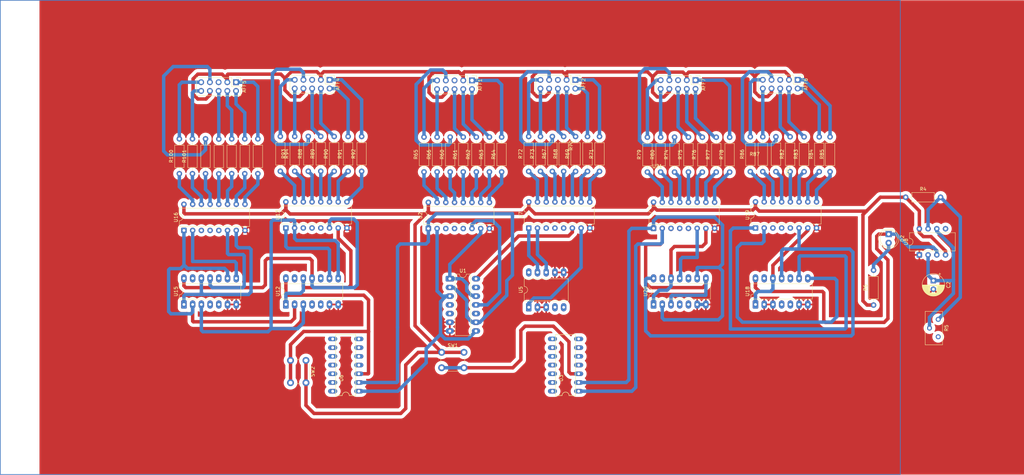
<source format=kicad_pcb>
(kicad_pcb (version 20241229) (generator "pcbnew") (generator_version "9.0")
  (layers (0 "F.Cu" signal) (2 "B.Cu" signal) (13 "F.Paste" user) (15 "B.Paste" user) (5 "F.SilkS" user "F.Silkscreen") (7 "B.SilkS" user "B.Silkscreen") (1 "F.Mask" user) (3 "B.Mask" user) (25 "Edge.Cuts" user))
  (net 0 "")
  (net 1 "Net-(AFF1-a)")
  (net 2 "Net-(AFF1-e)")
  (net 3 "Net-(AFF1-b)")
  (net 4 "Net-(AFF1-f)")
  (net 7 "Net-(U2-a)")
  (net 8 "Net-(AFF1-d)")
  (net 9 "Net-(AFF1-g)")
  (net 10 "Net-(AFF1-c)")
  (net 11 "Net-(U2-b)")
  (net 12 "Net-(AFF2-b)")
  (net 13 "Net-(AFF2-d)")
  (net 15 "Net-(AFF2-f)")
  (net 16 "Net-(AFF2-a)")
  (net 17 "Net-(AFF2-c)")
  (net 18 "Net-(AFF2-g)")
  (net 19 "Net-(U2-c)")
  (net 20 "Net-(AFF2-e)")
  (net 21 "Net-(U2-d)")
  (net 22 "Net-(AFF4-d)")
  (net 23 "Net-(AFF4-f)")
  (net 25 "Net-(U2-e)")
  (net 26 "Net-(AFF4-c)")
  (net 27 "Net-(AFF4-b)")
  (net 28 "Net-(AFF4-e)")
  (net 29 "Net-(AFF4-g)")
  (net 30 "Net-(AFF4-a)")
  (net 31 "Net-(AFF5-c)")
  (net 32 "Net-(AFF5-g)")
  (net 33 "Net-(AFF5-a)")
  (net 34 "unconnected-(AFF5-DP-Pad5)")
  (net 35 "Net-(AFF5-e)")
  (net 36 "Net-(AFF5-f)")
  (net 37 "Net-(U2-f)")
  (net 38 "Net-(AFF5-d)")
  (net 39 "Net-(U2-g)")
  (net 40 "Net-(AFF5-b)")
  (net 41 "Net-(AFF6-d)")
  (net 42 "Net-(U7-a)")
  (net 43 "Net-(AFF6-f)")
  (net 44 "Net-(AFF6-e)")
  (net 45 "Net-(AFF6-b)")
  (net 46 "Net-(AFF6-a)")
  (net 47 "Net-(AFF6-c)")
  (net 48 "Net-(U7-b)")
  (net 49 "Net-(AFF6-g)")
  (net 51 "Net-(AFF7-f)")
  (net 52 "Net-(AFF7-c)")
  (net 53 "Net-(U7-c)")
  (net 54 "Net-(U7-d)")
  (net 55 "Net-(AFF7-e)")
  (net 56 "Net-(AFF7-g)")
  (net 57 "Net-(AFF7-a)")
  (net 58 "Net-(AFF7-b)")
  (net 59 "Net-(AFF7-d)")
  (net 61 "GND")
  (net 62 "Net-(U8-Threshold)")
  (net 63 "Net-(U8-Discharge)")
  (net 64 "VCC")
  (net 65 "Net-(D2-A)")
  (net 66 "Net-(U13-a)")
  (net 67 "Net-(U13-b)")
  (net 68 "Net-(U13-c)")
  (net 69 "Net-(U13-d)")
  (net 70 "Net-(U13-e)")
  (net 71 "Net-(U13-f)")
  (net 72 "Net-(U13-g)")
  (net 73 "Net-(U16-a)")
  (net 74 "Net-(U16-b)")
  (net 75 "Net-(U16-c)")
  (net 76 "Net-(U16-d)")
  (net 77 "Net-(U16-e)")
  (net 78 "Net-(U16-f)")
  (net 79 "Net-(U16-g)")
  (net 81 "CKA")
  (net 82 "Net-(U7-e)")
  (net 83 "Net-(U7-f)")
  (net 84 "Net-(U7-g)")
  (net 85 "Net-(U21-a)")
  (net 86 "Net-(U21-b)")
  (net 87 "Net-(U19-f)")
  (net 88 "Net-(U21-c)")
  (net 89 "Net-(U19-g)")
  (net 90 "Net-(U19-a)")
  (net 91 "Net-(U19-d)")
  (net 92 "Net-(U19-c)")
  (net 93 "Net-(U19-e)")
  (net 94 "Net-(U21-d)")
  (net 97 "Net-(U21-e)")
  (net 98 "Net-(U19-b)")
  (net 99 "Net-(U21-f)")
  (net 100 "Net-(U21-g)")
  (net 102 "Net-(U5-CP0)")
  (net 103 "Net-(U12-CP0)")
  (net 104 "Net-(U1-Q3)")
  (net 105 "Net-(U1-Q2)")
  (net 106 "Net-(U1-Q1)")
  (net 107 "Net-(U1-CP1..3)")
  (net 108 "Net-(U1-CP0)")
  (net 112 "Net-(U20-Q2)")
  (net 113 "Net-(U20-Q1)")
  (net 114 "Net-(U5-Q1)")
  (net 115 "Net-(U5-CP1..3)")
  (net 116 "Net-(U5-Q2)")
  (net 120 "Net-(U12-CP1..3)")
  (net 121 "Net-(U12-Q3)")
  (net 122 "Net-(U12-R0(1))")
  (net 123 "Net-(U12-Q1)")
  (net 124 "Net-(U12-Q2)")
  (net 128 "Net-(U15-Q2)")
  (net 129 "Net-(U15-CP1..3)")
  (net 130 "Net-(U15-Q3)")
  (net 134 "Net-(U18-CP1..3)")
  (net 135 "Net-(U18-Q1)")
  (net 136 "Net-(U18-Q2)")
  (net 137 "Net-(U18-Q3)")
  (net 138 "Net-(U20-Q3)")
  (net 139 "Net-(U20-CP1..3)")
  (net 143 "Net-(J1-Pin_2)")
  (footprint "Resistor_THT:R_Axial_DIN0207_L6.3mm_D2.5mm_P10.16mm_Horizontal" (layer "F.Cu") (at 179.4334 64.568863 90)
    (property "Reference" "R71")
    (property "Value" "330R")
  )
  (footprint "Potentiometer_THT:Potentiometer_Bourns_3296Y_Vertical" (layer "F.Cu") (at 278.0645 112.786469 -90)
    (property "Reference" "R5")
    (property "Value" "10kΩ")
  )
  (footprint "Package_DIP:DIP-14_W7.62mm_LongPads" (layer "F.Cu") (at 88.1 103.37 90)
    (property "Reference" "U12")
    (property "Value" "74LS90")
  )
  (footprint "Resistor_THT:R_Axial_DIN0207_L6.3mm_D2.5mm_P10.16mm_Horizontal" (layer "F.Cu") (at 209.38 64.774738 90)
    (property "Reference" "R76")
    (property "Value" "330R")
  )
  (footprint "Resistor_THT:R_Axial_DIN0207_L6.3mm_D2.5mm_P10.16mm_Horizontal" (layer "F.Cu") (at 268.5845 72.106469)
    (property "Reference" "R4")
    (property "Value" "4,7KΩ")
  )
  (footprint "Resistor_THT:R_Axial_DIN0207_L6.3mm_D2.5mm_P10.16mm_Horizontal" (layer "F.Cu") (at 150.93 64.727 90)
    (property "Reference" "R64")
    (property "Value" "330R")
  )
  (footprint "Package_DIP:DIP-14_W7.62mm_LongPads" (layer "F.Cu") (at 135.84 95.86)
    (property "Reference" "U1")
    (property "Value" "74LS90")
  )
  (footprint "Resistor_THT:R_Axial_DIN0207_L6.3mm_D2.5mm_P10.16mm_Horizontal" (layer "F.Cu") (at 239 64.66 90)
    (property "Reference" "R83")
    (property "Value" "330R")
  )
  (footprint "Resistor_THT:R_Axial_DIN0207_L6.3mm_D2.5mm_P10.16mm_Horizontal" (layer "F.Cu") (at 143.564 64.727 90)
    (property "Reference" "R62")
    (property "Value" "330R")
  )
  (footprint "Resistor_THT:R_Axial_DIN0207_L6.3mm_D2.5mm_P10.16mm_Horizontal" (layer "F.Cu") (at 213.43 64.774738 90)
    (property "Reference" "R77")
    (property "Value" "330R")
  )
  (footprint "Resistor_THT:R_Axial_DIN0207_L6.3mm_D2.5mm_P10.16mm_Horizontal" (layer "F.Cu") (at 205.33 64.764738 90)
    (property "Reference" "R75")
    (property "Value" "330R")
  )
  (footprint "Resistor_THT:R_Axial_DIN0207_L6.3mm_D2.5mm_P10.16mm_Horizontal" (layer "F.Cu") (at 234.94 64.64 90)
    (property "Reference" "R82")
    (property "Value" "330R")
  )
  (footprint "Resistor_THT:R_Axial_DIN0207_L6.3mm_D2.5mm_P10.16mm_Horizontal" (layer "F.Cu") (at 201.28 64.764738 90)
    (property "Reference" "R74")
    (property "Value" "330R")
  )
  (footprint "Resistor_THT:R_Axial_DIN0207_L6.3mm_D2.5mm_P10.16mm_Horizontal" (layer "F.Cu") (at 57.082 65.247738 90)
    (property "Reference" "R100")
    (property "Value" "330R")
  )
  (footprint "Button_Switch_THT:SW_PUSH_6mm_H5mm" (layer "F.Cu") (at 93.95 119.68 -90)
    (property "Reference" "SW2")
    (property "Value" "SW_Push")
  )
  (footprint "Connector_PinHeader_2.54mm:PinHeader_2x05_P2.54mm_Vertical" (layer "F.Cu") (at 207.39 37.978738 -90)
    (property "Reference" "AFF7")
    (property "Value" "LTS-6980HR")
  )
  (footprint "LED_THT:LED_D5.0mm" (layer "F.Cu") (at 263.6273 82.865269 -90)
    (property "Reference" "D2")
    (property "Value" "LED")
  )
  (footprint "Connector_PinHeader_2.54mm:PinHeader_2x05_P2.54mm_Vertical" (layer "F.Cu") (at 73.592 38.577738 -90)
    (property "Reference" "AFF5")
    (property "Value" "LTS-6980HR")
  )
  (footprint "Resistor_THT:R_Axial_DIN0207_L6.3mm_D2.5mm_P10.16mm_Horizontal" (layer "F.Cu") (at 246.57 64.66 90)
    (property "Reference" "R85")
    (property "Value" "330R")
  )
  (footprint "Package_DIP:DIP-16_W7.62mm" (layer "F.Cu") (at 158.83 81.101863 90)
    (property "Reference" "U7")
    (property "Value" "74LS47")
  )
  (footprint "Package_DIP:CERDIP-8_W7.62mm_SideBrazed" (layer "F.Cu") (at 272.5745 88.911469 90)
    (property "Reference" "U8")
    (property "Value" "555")
  )
  (footprint "Package_DIP:DIP-16_W7.62mm" (layer "F.Cu") (at 88.1 81.075 90)
    (property "Reference" "U13")
    (property "Value" "74LS47")
  )
  (footprint "Resistor_THT:R_Axial_DIN0207_L6.3mm_D2.5mm_P10.16mm_Horizontal" (layer "F.Cu") (at 259.2331 103.540869 90)
    (property "Reference" "R6")
    (property "Value" "220Ω")
  )
  (footprint "Connector_PinHeader_2.54mm:PinHeader_2x05_P2.54mm_Vertical" (layer "F.Cu") (at 142.294 38.057 -90)
    (property "Reference" "AFF1")
    (property "Value" "LTS-6980HR")
  )
  (footprint "Package_DIP:DIP-14_W7.62mm_LongPads" (layer "F.Cu") (at 195.17 103.37 90)
    (property "Reference" "U20")
    (property "Value" "74LS90")
  )
  (footprint "Resistor_THT:R_Axial_DIN0207_L6.3mm_D2.5mm_P10.16mm_Horizontal" (layer "F.Cu") (at 106.2244 64.554 90)
    (property "Reference" "R91")
    (property "Value" "330R")
  )
  (footprint "Resistor_THT:R_Axial_DIN0207_L6.3mm_D2.5mm_P10.16mm_Horizontal" (layer "F.Cu") (at 132.134 64.727 90)
    (property "Reference" "R66")
    (property "Value" "330R")
  )
  (footprint "Resistor_THT:R_Axial_DIN0207_L6.3mm_D2.5mm_P10.16mm_Horizontal" (layer "F.Cu") (at 197.23 64.764738 90)
    (property "Reference" "R80")
    (property "Value" "330R")
  )
  (footprint "Connector_PinHeader_2.54mm:PinHeader_2x05_P2.54mm_Vertical" (layer "F.Cu") (at 100.83 37.874 -90)
    (property "Reference" "AFF4")
    (property "Value" "LTS-6980HR")
  )
  (footprint "Resistor_THT:R_Axial_DIN0207_L6.3mm_D2.5mm_P10.16mm_Horizontal" (layer "F.Cu") (at 172.4634 64.568863 90)
    (property "Reference" "R69")
    (property "Value" "330R")
  )
  (footprint "Resistor_THT:R_Axial_DIN0207_L6.3mm_D2.5mm_P10.16mm_Horizontal" (layer "F.Cu") (at 102.16 64.554 90)
    (property "Reference" "R90")
    (property "Value" "330R")
  )
  (footprint "74LS08:DIL14" (layer "F.Cu") (at 169.545 121.031 90)
    (property "Reference" "U3")
    (property "Value" "74LS08")
  )
  (footprint "Resistor_THT:R_Axial_DIN0207_L6.3mm_D2.5mm_P10.16mm_Horizontal" (layer "F.Cu") (at 79.942 65.247738 90)
    (property "Reference" "R99" (hide yes))
    (property "Value" "330R")
  )
  (footprint "Package_DIP:DIP-16_W7.62mm" (layer "F.Cu") (at 58.41 81.778738 90)
    (property "Reference" "U16")
    (property "Value" "74LS47")
  )
  (footprint "Resistor_THT:R_Axial_DIN0207_L6.3mm_D2.5mm_P10.16mm_Horizontal" (layer "F.Cu") (at 64.702 65.247738 90)
    (property "Reference" "R95" (hide yes))
    (property "Value" "330R")
  )
  (footprint "Package_DIP:DIP-16_W7.62mm" (layer "F.Cu") (at 224.85 81.075 90)
    (property "Reference" "U19")
    (property "Value" "74LS47")
  )
  (footprint "Resistor_THT:R_Axial_DIN0207_L6.3mm_D2.5mm_P10.16mm_Horizontal" (layer "F.Cu") (at 193.38 64.764738 90)
    (property "Reference" "R79")
    (property "Value" "330R")
  )
  (footprint "Resistor_THT:R_Axial_DIN0207_L6.3mm_D2.5mm_P10.16mm_Horizontal" (layer "F.Cu") (at 60.892 65.247738 90)
    (property "Reference" "R101")
    (property "Value" "330R")
  )
  (footprint "Connector_PinHeader_2.54mm:PinHeader_2x05_P2.54mm_Vertical" (layer "F.Cu") (at 172.3908 37.900863 -90)
    (property "Reference" "AFF2")
    (property "Value" "LTS-6980HR")
  )
  (footprint "74LS08:DIL14" (layer "F.Cu") (at 105.537 121.031 90)
    (property "Reference" "U6")
    (property "Value" "74LS08")
  )
  (footprint "Resistor_THT:R_Axial_DIN0207_L6.3mm_D2.5mm_P10.16mm_Horizontal" (layer "F.Cu") (at 175.932 64.568863 90)
    (property "Reference" "R70")
    (property "Value" "330R")
  )
  (footprint "Package_DIP:DIP-10_W10.16mm_LongPads" (layer "F.Cu") (at 158.83 104.18 90)
    (property "Reference" "U5")
    (property "Value" "74LS90")
  )
  (footprint "Resistor_THT:R_Axial_DIN0207_L6.3mm_D2.5mm_P10.16mm_Horizontal" (layer "F.Cu") (at 68.57 65.303738 90)
    (property "Reference" "R96" (hide yes))
    (property "Value" "330R")
  )
  (footprint "Resistor_THT:R_Axial_DIN0207_L6.3mm_D2.5mm_P10.16mm_Horizontal" (layer "F.Cu") (at 226.98 64.64 90)
    (property "Reference" "R87")
    (property "Value" "330R")
  )
  (footprint "Resistor_THT:R_Axial_DIN0207_L6.3mm_D2.5mm_P10.16mm_Horizontal" (layer "F.Cu") (at 158.802 64.562863 90)
    (property "Reference" "R72")
    (property "Value" "330R")
  )
  (footprint "Connector_PinHeader_2.54mm:PinHeader_2x05_P2.54mm_Vertical" (layer "F.Cu") (at 237.14 37.874 -90)
    (property "Reference" "AFF6")
    (property "Value" "LTS-6980HR")
  )
  (footprint "Resistor_THT:R_Axial_DIN0207_L6.3mm_D2.5mm_P10.16mm_Horizontal" (layer "F.Cu") (at 147.374 64.727 90)
    (property "Reference" "R63")
    (property "Value" "330R")
  )
  (footprint "Resistor_THT:R_Axial_DIN0207_L6.3mm_D2.5mm_P10.16mm_Horizontal" (layer "F.Cu") (at 243.42 64.66 90)
    (property "Reference" "R84")
    (property "Value" "330R")
  )
  (footprint "Resistor_THT:R_Axial_DIN0207_L6.3mm_D2.5mm_P10.16mm_Horizontal" (layer "F.Cu") (at 165.702 64.562863 90)
    (property "Reference" "R67")
    (property "Value" "330R")
  )
  (footprint "Resistor_THT:R_Axial_DIN0207_L6.3mm_D2.5mm_P10.16mm_Horizontal" (layer "F.Cu") (at 230.81 64.64 90)
    (property "Reference" "R81")
    (property "Value" "330R")
  )
  (footprint "Package_DIP:DIP-16_W7.62mm" (layer "F.Cu") (at 195.17 81.179738 90)
    (property "Reference" "U21")
    (property "Value" "74LS47")
  )
  (footprint "Resistor_THT:R_Axial_DIN0207_L6.3mm_D2.5mm_P10.16mm_Horizontal" (layer "F.Cu") (at 98.26 64.536 90)
    (property "Reference" "R89")
    (property "Value" "330R")
  )
  (footprint "Resistor_THT:R_Axial_DIN0207_L6.3mm_D2.5mm_P10.16mm_Horizontal" (layer "F.Cu") (at 162.2384 64.562863 90)
    (property "Reference" "R73")
    (property "Value" "330R")
  )
  (footprint "Resistor_THT:R_Axial_DIN0207_L6.3mm_D2.5mm_P10.16mm_Horizontal" (layer "F.Cu") (at 90.67 64.536 90)
    (property "Reference" "R94")
    (property "Value" "330R")
  )
  (footprint "Resistor_THT:R_Axial_DIN0207_L6.3mm_D2.5mm_P10.16mm_Horizontal" (layer "F.Cu") (at 168.99 64.568863 90)
    (property "Reference" "R68")
    (property "Value" "330R")
  )
  (footprint "Resistor_THT:R_Axial_DIN0207_L6.3mm_D2.5mm_P10.16mm_Horizontal" (layer "F.Cu") (at 86.49 64.536 90)
    (property "Reference" "R93")
    (property "Value" "330R")
  )
  (footprint "Resistor_THT:R_Axial_DIN0207_L6.3mm_D2.5mm_P10.16mm_Horizontal" (layer "F.Cu") (at 135.944 64.727 90)
    (property "Reference" "R60")
    (property "Value" "330R")
  )
  (footprint "Resistor_THT:R_Axial_DIN0207_L6.3mm_D2.5mm_P10.16mm_Horizontal" (layer "F.Cu") (at 94.63 64.536 90)
    (property "Reference" "R88")
    (property "Value" "330R")
  )
  (footprint "Resistor_THT:R_Axial_DIN0207_L6.3mm_D2.5mm_P10.16mm_Horizontal" (layer "F.Cu") (at 139.754 64.727 90)
    (property "Reference" "R61")
    (property "Value" "330R")
  )
  (footprint "Package_DIP:DIP-16_W7.62mm" (layer "F.Cu") (at 129.594 81.232 90)
    (property "Reference" "U2")
    (property "Value" "74LS47")
  )
  (footprint "Resistor_THT:R_Axial_DIN0207_L6.3mm_D2.5mm_P10.16mm_Horizontal" (layer "F.Cu") (at 128.324 64.727 90)
    (property "Reference" "R65")
    (property "Value" "330R")
  )
  (footprint "Package_DIP:DIP-14_W7.62mm_LongPads" (layer "F.Cu") (at 224.85 103.37 90)
    (property "Reference" "U18")
    (property "Value" "74LS90")
  )
  (footprint "Button_Switch_THT:SW_PUSH_6mm_H5mm" (layer "F.Cu") (at 133.46 117.32)
    (property "Reference" "SW1")
    (property "Value" "SW_Push")
  )
  (footprint "Resistor_THT:R_Axial_DIN0207_L6.3mm_D2.5mm_P10.16mm_Horizontal" (layer "F.Cu") (at 110.16 64.554 90)
    (property "Reference" "R92")
    (property "Value" "330R")
  )
  (footprint "Resistor_THT:R_Axial_DIN0207_L6.3mm_D2.5mm_P10.16mm_Horizontal" (layer "F.Cu") (at 72.322 65.247738 90)
    (property "Reference" "R97" (hide yes))
    (property "Value" "330R")
  )
  (footprint "Resistor_THT:R_Axial_DIN0207_L6.3mm_D2.5mm_P10.16mm_Horizontal" (layer "F.Cu") (at 223.35 64.64 90)
    (property "Reference" "R86")
    (property "Value" "330R")
  )
  (footprint "Package_DIP:DIP-14_W7.62mm_LongPads" (layer "F.Cu") (at 58.41 103.37 90)
    (property "Reference" "U15")
    (property "Value" "74LS90")
  )
  (footprint "Resistor_THT:R_Axial_DIN0207_L6.3mm_D2.5mm_P10.16mm_Horizontal" (layer "F.Cu") (at 76.132 65.247738 90)
    (property "Reference" "R98" (hide yes))
    (property "Value" "330R")
  )
  (footprint "Capacitor_THT:CP_Radial_D6.3mm_P2.50mm" (layer "F.Cu") (at 276.6575 96.41489 -90)
    (property "Reference" "C2")
    (property "Value" "100uF")
  )
  (footprint "Resistor_THT:R_Axial_DIN0207_L6.3mm_D2.5mm_P10.16mm_Horizontal" (layer "F.Cu") (at 217.33 64.774738 90)
    (property "Reference" "R78")
    (property "Value" "330R")
  )
  (gr_rect (start 4.95 14.71) (end 267.03 152.94) (stroke (width 0.2)) (fill no) (layer "B.Cu") (net 81))
  (segment (start 133.772 35.013) (end 134.674 35.915) (width 1) (layer "B.Cu") (net 1))
  (segment (start 126.023 39.222) (end 130.232 35.013) (width 1) (layer "B.Cu") (net 1))
  (segment (start 135.944 56.381) (end 135.457 56.868) (width 1) (layer "B.Cu") (net 1))
  (segment (start 126.023 55.520106) (end 126.023 39.222) (width 1) (layer "B.Cu") (net 1))
  (segment (start 134.674 35.915) (end 134.674 38.057) (width 1) (layer "B.Cu") (net 1))
  (segment (start 135.457 56.868) (end 127.370894 56.868) (width 1) (layer "B.Cu") (net 1))
  (segment (start 130.232 35.013) (end 133.772 35.013) (width 1) (layer "B.Cu") (net 1))
  (segment (start 135.944 54.567) (end 135.944 56.381) (width 1) (layer "B.Cu") (net 1))
  (segment (start 127.370894 56.868) (end 126.023 55.520106) (width 1) (layer "B.Cu") (net 1))
  (segment (start 150.93 54.567) (end 150.93 39.301) (width 1) (layer "B.Cu") (net 2))
  (segment (start 150.93 39.301) (end 149.686 38.057) (width 1) (layer "B.Cu") (net 2))
  (segment (start 149.686 38.057) (end 142.294 38.057) (width 1) (layer "B.Cu") (net 2))
  (segment (start 142.756817 38.057) (end 141.972 38.057) (width 1) (layer "B.Cu") (net 2))
  (segment (start 139.754 54.567) (end 137.214 52.027) (width 1) (layer "B.Cu") (net 3))
  (segment (start 137.214 52.027) (end 137.214 40.597) (width 1) (layer "B.Cu") (net 3))
  (segment (start 130.609919 38.057) (end 131.812 38.057) (width 1) (layer "B.Cu") (net 4))
  (segment (start 128.324 54.567) (end 128.324 40.342919) (width 1) (layer "B.Cu") (net 4))
  (segment (start 128.324 40.342919) (end 130.609919 38.057) (width 1) (layer "B.Cu") (net 4))
  (segment (start 137.214 70.823) (end 135.944 69.553) (width 1) (layer "B.Cu") (net 7))
  (segment (start 137.214 73.612) (end 137.214 70.823) (width 1) (layer "B.Cu") (net 7))
  (segment (start 135.944 69.553) (end 135.944 64.727) (width 1) (layer "B.Cu") (net 7))
  (segment (start 142.294 49.487) (end 147.374 54.567) (width 1) (layer "B.Cu") (net 8))
  (segment (start 142.294 40.597) (end 142.294 49.487) (width 1) (layer "B.Cu") (net 8))
  (segment (start 132.134 40.597) (end 132.134 54.567) (width 1) (layer "B.Cu") (net 9))
  (segment (start 139.754 40.597) (end 139.754 50.757) (width 1) (layer "B.Cu") (net 10))
  (segment (start 139.754 50.757) (end 143.564 54.567) (width 1) (layer "B.Cu") (net 10))
  (segment (start 139.754 73.612) (end 139.754 64.727) (width 1) (layer "B.Cu") (net 11))
  (segment (start 167.3108 52.729663) (end 167.3108 40.440863) (width 1) (layer "B.Cu") (net 12))
  (segment (start 168.99 54.408863) (end 167.3108 52.729663) (width 1) (layer "B.Cu") (net 12))
  (segment (start 175.932 54.408863) (end 175.932 41.836863) (width 1) (layer "B.Cu") (net 13))
  (segment (start 175.932 41.836863) (end 174.536 40.440863) (width 1) (layer "B.Cu") (net 13))
  (segment (start 174.536 40.440863) (end 172.3908 40.440863) (width 1) (layer "B.Cu") (net 13))
  (segment (start 159.858 37.900863) (end 162.2308 37.900863) (width 1) (layer "B.Cu") (net 15))
  (segment (start 158.802 54.402863) (end 158.802 38.956863) (width 1) (layer "B.Cu") (net 15))
  (segment (start 158.802 38.956863) (end 159.858 37.900863) (width 1) (layer "B.Cu") (net 15))
  (segment (start 156.501 55.355969) (end 156.501 37.517863) (width 1) (layer "B.Cu") (net 16))
  (segment (start 164.7708 35.885663) (end 164.7708 37.900863) (width 1) (layer "B.Cu") (net 16))
  (segment (start 164.435 35.549863) (end 164.7708 35.885663) (width 1) (layer "B.Cu") (net 16))
  (segment (start 165.702 55.846863) (end 164.845 56.703863) (width 1) (layer "B.Cu") (net 16))
  (segment (start 164.845 56.703863) (end 157.848894 56.703863) (width 1) (layer "B.Cu") (net 16))
  (segment (start 157.848894 56.703863) (end 156.501 55.355969) (width 1) (layer "B.Cu") (net 16))
  (segment (start 156.501 37.517863) (end 158.469 35.549863) (width 1) (layer "B.Cu") (net 16))
  (segment (start 158.469 35.549863) (end 164.435 35.549863) (width 1) (layer "B.Cu") (net 16))
  (segment (start 165.702 54.402863) (end 165.702 55.846863) (width 1) (layer "B.Cu") (net 16))
  (segment (start 172.4634 54.408863) (end 169.8508 51.796263) (width 1) (layer "B.Cu") (net 17))
  (segment (start 169.8508 51.796263) (end 169.8508 40.440863) (width 1) (layer "B.Cu") (net 17))
  (segment (start 162.2384 40.448463) (end 162.2308 40.440863) (width 1) (layer "B.Cu") (net 18))
  (segment (start 162.2384 54.402863) (end 162.2384 40.448463) (width 1) (layer "B.Cu") (net 18))
  (segment (start 142.294 70.696) (end 143.564 69.426) (width 1) (layer "B.Cu") (net 19))
  (segment (start 143.564 69.426) (end 143.564 64.727) (width 1) (layer "B.Cu") (net 19))
  (segment (start 142.294 73.612) (end 142.294 70.696) (width 1) (layer "B.Cu") (net 19))
  (segment (start 179.4334 54.408863) (end 179.4334 39.728263) (width 1) (layer "B.Cu") (net 20))
  (segment (start 179.4334 39.728263) (end 177.606 37.900863) (width 1) (layer "B.Cu") (net 20))
  (segment (start 177.606 37.900863) (end 172.3908 37.900863) (width 1) (layer "B.Cu") (net 20))
  (segment (start 144.834 71.331) (end 147.374 68.791) (width 1) (layer "B.Cu") (net 21))
  (segment (start 144.834 73.612) (end 144.834 71.331) (width 1) (layer "B.Cu") (net 21))
  (segment (start 147.374 68.791) (end 147.374 64.727) (width 1) (layer "B.Cu") (net 21))
  (segment (start 106.2244 43.7144) (end 102.924 40.414) (width 1) (layer "B.Cu") (net 22))
  (segment (start 106.2244 54.394) (end 106.2244 43.7144) (width 1) (layer "B.Cu") (net 22))
  (segment (start 102.924 40.414) (end 100.83 40.414) (width 1) (layer "B.Cu") (net 22))
  (segment (start 86.49 54.376) (end 86.49 39.85) (width 1) (layer "B.Cu") (net 23))
  (segment (start 88.466 37.874) (end 90.67 37.874) (width 1) (layer "B.Cu") (net 23))
  (segment (start 86.49 39.85) (end 88.466 37.874) (width 1) (layer "B.Cu") (net 23))
  (segment (start 150.93 68.029) (end 150.93 64.727) (width 1) (layer "B.Cu") (net 25))
  (segment (start 149.375 69.584) (end 150.93 68.029) (width 1) (layer "B.Cu") (net 25))
  (segment (start 149.375 69.619841) (end 149.375 69.584) (width 1) (layer "B.Cu") (net 25))
  (segment (start 147.374 73.612) (end 147.374 71.620842) (width 1) (layer "B.Cu") (net 25))
  (segment (start 147.374 71.620842) (end 149.375 69.619841) (width 1) (layer "B.Cu") (net 25))
  (segment (start 98.29 50.524) (end 98.29 40.414) (width 1) (layer "B.Cu") (net 26))
  (segment (start 102.16 54.394) (end 98.29 50.524) (width 1) (layer "B.Cu") (net 26))
  (segment (start 95.75 51.866) (end 95.75 40.414) (width 1) (layer "B.Cu") (net 27))
  (segment (start 98.26 54.376) (end 95.75 51.866) (width 1) (layer "B.Cu") (net 27))
  (segment (start 110.16 54.394) (end 110.16 43.71) (width 1) (layer "B.Cu") (net 28))
  (segment (start 110.16 43.71) (end 104.324 37.874) (width 1) (layer "B.Cu") (net 28))
  (segment (start 104.324 37.874) (end 100.83 37.874) (width 1) (layer "B.Cu") (net 28))
  (segment (start 90.67 54.376) (end 90.67 40.414) (width 1) (layer "B.Cu") (net 29))
  (segment (start 84.189 55.329106) (end 84.189 36.011) (width 1) (layer "B.Cu") (net 30))
  (segment (start 94.63 54.376) (end 94.63 56.07) (width 1) (layer "B.Cu") (net 30))
  (segment (start 85.41 34.79) (end 92.24 34.79) (width 1) (layer "B.Cu") (net 30))
  (segment (start 85.536894 56.677) (end 84.189 55.329106) (width 1) (layer "B.Cu") (net 30))
  (segment (start 84.189 36.011) (end 85.41 34.79) (width 1) (layer "B.Cu") (net 30))
  (segment (start 94.63 56.07) (end 94.023 56.677) (width 1) (layer "B.Cu") (net 30))
  (segment (start 94.023 56.677) (end 85.536894 56.677) (width 1) (layer "B.Cu") (net 30))
  (segment (start 93.21 35.76) (end 93.21 37.874) (width 1) (layer "B.Cu") (net 30))
  (segment (start 92.24 34.79) (end 93.21 35.76) (width 1) (layer "B.Cu") (net 30))
  (segment (start 71.052 45.435738) (end 71.052 41.117738) (width 1) (layer "B.Cu") (net 31))
  (segment (start 72.322 46.705738) (end 71.052 45.435738) (width 1) (layer "B.Cu") (net 31))
  (segment (start 72.322 55.087738) (end 72.322 46.705738) (width 1) (layer "B.Cu") (net 31))
  (segment (start 60.892 41.625738) (end 61.4 41.117738) (width 1) (layer "B.Cu") (net 32))
  (segment (start 60.892 55.087738) (end 60.892 41.625738) (width 1) (layer "B.Cu") (net 32))
  (segment (start 61.4 41.117738) (end 63.432 41.117738) (width 1) (layer "B.Cu") (net 32))
  (segment (start 64.702 58.271738) (end 63.23 59.743738) (width 1) (layer "B.Cu") (net 33))
  (segment (start 52.51 36.799738) (end 55.304 34.005738) (width 1) (layer "B.Cu") (net 33))
  (segment (start 63.23 59.743738) (end 53.61 59.743738) (width 1) (layer "B.Cu") (net 33))
  (segment (start 52.51 58.643738) (end 52.51 36.799738) (width 1) (layer "B.Cu") (net 33))
  (segment (start 65.21 34.005738) (end 65.972 34.767738) (width 1) (layer "B.Cu") (net 33))
  (segment (start 55.304 34.005738) (end 65.21 34.005738) (width 1) (layer "B.Cu") (net 33))
  (segment (start 53.61 59.743738) (end 52.51 58.643738) (width 1) (layer "B.Cu") (net 33))
  (segment (start 65.972 34.767738) (end 65.972 38.577738) (width 1) (layer "B.Cu") (net 33))
  (segment (start 64.702 55.087738) (end 64.702 58.271738) (width 1) (layer "B.Cu") (net 33))
  (segment (start 68.512 38.766738) (end 68.323 38.766738) (width 1) (layer "B.Cu") (net 34))
  (segment (start 68.512 38.577738) (end 68.512 38.766738) (width 1) (layer "B.Cu") (net 34))
  (segment (start 79.942 39.847738) (end 78.672 38.577738) (width 1) (layer "B.Cu") (net 35))
  (segment (start 78.672 38.577738) (end 73.592 38.577738) (width 1) (layer "B.Cu") (net 35))
  (segment (start 79.942 55.087738) (end 79.942 39.847738) (width 1) (layer "B.Cu") (net 35))
  (segment (start 57.844 38.577738) (end 63.432 38.577738) (width 1) (layer "B.Cu") (net 36))
  (segment (start 57.082 39.339738) (end 57.844 38.577738) (width 1) (layer "B.Cu") (net 36))
  (segment (start 57.082 55.087738) (end 57.082 39.339738) (width 1) (layer "B.Cu") (net 36))
  (segment (start 132.134 72.48063) (end 128.324 68.67063) (width 1) (layer "B.Cu") (net 37))
  (segment (start 132.134 73.612) (end 132.134 72.48063) (width 1) (layer "B.Cu") (net 37))
  (segment (start 128.324 68.67063) (end 128.324 64.727) (width 1) (layer "B.Cu") (net 37))
  (segment (start 76.132 55.087738) (end 76.132 47.467738) (width 1) (layer "B.Cu") (net 38))
  (segment (start 73.592 44.927738) (end 73.592 41.117738) (width 1) (layer "B.Cu") (net 38))
  (segment (start 76.132 47.467738) (end 73.592 44.927738) (width 1) (layer "B.Cu") (net 38))
  (segment (start 134.674 72.093) (end 132.134 69.553) (width 1) (layer "B.Cu") (net 39))
  (segment (start 132.134 69.553) (end 132.134 64.727) (width 1) (layer "B.Cu") (net 39))
  (segment (start 134.674 73.612) (end 134.674 72.093) (width 1) (layer "B.Cu") (net 39))
  (segment (start 68.57 55.143738) (end 68.57 41.175738) (width 1) (layer "B.Cu") (net 40))
  (segment (start 68.57 41.175738) (end 68.512 41.117738) (width 1) (layer "B.Cu") (net 40))
  (segment (start 243.42 45.133842) (end 243.42 54.5) (width 1) (layer "B.Cu") (net 41))
  (segment (start 237.14 40.414) (end 238.700158 40.414) (width 1) (layer "B.Cu") (net 41))
  (segment (start 238.700158 40.414) (end 243.42 45.133842) (width 1) (layer "B.Cu") (net 41))
  (segment (start 166.45 73.481863) (end 166.45 65.310863) (width 1) (layer "B.Cu") (net 42))
  (segment (start 166.45 65.310863) (end 165.702 64.562863) (width 1) (layer "B.Cu") (net 42))
  (segment (start 224.226 37.874) (end 223.35 38.75) (width 1) (layer "B.Cu") (net 43))
  (segment (start 223.35 38.75) (end 223.35 54.48) (width 1) (layer "B.Cu") (net 43))
  (segment (start 226.98 37.874) (end 224.226 37.874) (width 1) (layer "B.Cu") (net 43))
  (segment (start 246.57 45.454) (end 238.99 37.874) (width 1) (layer "B.Cu") (net 44))
  (segment (start 246.57 54.5) (end 246.57 45.454) (width 1) (layer "B.Cu") (net 44))
  (segment (start 238.99 37.874) (end 237.14 37.874) (width 1) (layer "B.Cu") (net 44))
  (segment (start 234.94 54.48) (end 232.06 51.6) (width 1) (layer "B.Cu") (net 45))
  (segment (start 232.06 51.6) (end 232.06 40.414) (width 1) (layer "B.Cu") (net 45))
  (segment (start 230.81 55.6) (end 229.629 56.781) (width 1) (layer "B.Cu") (net 46))
  (segment (start 221.049 55.433106) (end 221.049 37.521) (width 1) (layer "B.Cu") (net 46))
  (segment (start 230.81 54.48) (end 230.81 55.6) (width 1) (layer "B.Cu") (net 46))
  (segment (start 228.371081 35.523) (end 229.52 36.671919) (width 1) (layer "B.Cu") (net 46))
  (segment (start 223.047 35.523) (end 228.371081 35.523) (width 1) (layer "B.Cu") (net 46))
  (segment (start 229.629 56.781) (end 222.396894 56.781) (width 1) (layer "B.Cu") (net 46))
  (segment (start 222.396894 56.781) (end 221.049 55.433106) (width 1) (layer "B.Cu") (net 46))
  (segment (start 229.52 36.671919) (end 229.52 37.874) (width 1) (layer "B.Cu") (net 46))
  (segment (start 221.049 37.521) (end 223.047 35.523) (width 1) (layer "B.Cu") (net 46))
  (segment (start 234.6 50.1) (end 234.6 40.414) (width 1) (layer "B.Cu") (net 47))
  (segment (start 239 54.5) (end 234.6 50.1) (width 1) (layer "B.Cu") (net 47))
  (segment (start 168.99 73.481863) (end 168.99 64.568863) (width 1) (layer "B.Cu") (net 48))
  (segment (start 226.98 40.414) (end 226.98 54.48) (width 1) (layer "B.Cu") (net 49))
  (segment (start 196.027919 37.978738) (end 197.23 37.978738) (width 1) (layer "B.Cu") (net 51))
  (segment (start 193.38 54.604738) (end 193.38 40.626657) (width 1) (layer "B.Cu") (net 51))
  (segment (start 193.38 40.626657) (end 196.027919 37.978738) (width 1) (layer "B.Cu") (net 51))
  (segment (start 209.38 54.614738) (end 204.85 50.084738) (width 1) (layer "B.Cu") (net 52))
  (segment (start 204.85 50.084738) (end 204.85 40.518738) (width 1) (layer "B.Cu") (net 52))
  (segment (start 171.53 73.481863) (end 171.53 65.502263) (width 1) (layer "B.Cu") (net 53))
  (segment (start 171.53 65.502263) (end 172.4634 64.568863) (width 1) (layer "B.Cu") (net 53))
  (segment (start 174.07 73.481863) (end 174.07 66.430863) (width 1) (layer "B.Cu") (net 54))
  (segment (start 174.07 66.430863) (end 175.932 64.568863) (width 1) (layer "B.Cu") (net 54))
  (segment (start 217.33 54.614738) (end 217.33 39.694738) (width 1) (layer "B.Cu") (net 55))
  (segment (start 217.33 39.694738) (end 215.614 37.978738) (width 1) (layer "B.Cu") (net 55))
  (segment (start 215.614 37.978738) (end 207.39 37.978738) (width 1) (layer "B.Cu") (net 55))
  (segment (start 197.23 54.604738) (end 197.23 40.518738) (width 1) (layer "B.Cu") (net 56))
  (segment (start 191.079 55.557844) (end 191.079 36.155738) (width 1) (layer "B.Cu") (net 57))
  (segment (start 191.079 36.155738) (end 192.63 34.604738) (width 1) (layer "B.Cu") (net 57))
  (segment (start 198.58 34.604738) (end 199.77 35.794738) (width 1) (layer "B.Cu") (net 57))
  (segment (start 201.28 54.604738) (end 201.28 56.204738) (width 1) (layer "B.Cu") (net 57))
  (segment (start 200.579 56.905738) (end 192.426894 56.905738) (width 1) (layer "B.Cu") (net 57))
  (segment (start 199.77 35.794738) (end 199.77 37.978738) (width 1) (layer "B.Cu") (net 57))
  (segment (start 192.63 34.604738) (end 198.58 34.604738) (width 1) (layer "B.Cu") (net 57))
  (segment (start 201.28 56.204738) (end 200.579 56.905738) (width 1) (layer "B.Cu") (net 57))
  (segment (start 192.426894 56.905738) (end 191.079 55.557844) (width 1) (layer "B.Cu") (net 57))
  (segment (start 202.31 51.584738) (end 205.33 54.604738) (width 1) (layer "B.Cu") (net 58))
  (segment (start 202.31 40.518738) (end 202.31 51.584738) (width 1) (layer "B.Cu") (net 58))
  (segment (start 212.92 54.614738) (end 207.39 49.084738) (width 1) (layer "B.Cu") (net 59))
  (segment (start 213.43 54.614738) (end 212.92 54.614738) (width 1) (layer "B.Cu") (net 59))
  (segment (start 207.39 49.084738) (end 207.39 40.518738) (width 1) (layer "B.Cu") (net 59))
  (segment (start 207.87 103.37) (end 210.41 103.37) (width 1) (layer "B.Cu") (net 61))
  (segment (start 276.6575 96.41489) (end 282.22061 96.41489) (width 1) (layer "B.Cu") (net 62))
  (segment (start 275.1145 88.911469) (end 275.1145 94.87189) (width 1) (layer "B.Cu") (net 62))
  (segment (start 282.4955 100.1345) (end 275.5245 107.1055) (width 1) (layer "B.Cu") (net 62))
  (segment (start 282.22061 96.41489) (end 282.4955 96.14) (width 1) (layer "B.Cu") (net 62))
  (segment (start 277.6545 81.291469) (end 277.6545 82.005575) (width 1) (layer "B.Cu") (net 62))
  (segment (start 282.4955 86.846575) (end 282.4955 96.14) (width 1) (layer "B.Cu") (net 62))
  (segment (start 282.4955 96.14) (end 282.4955 100.1345) (width 1) (layer "B.Cu") (net 62))
  (segment (start 275.1145 94.87189) (end 276.6575 96.41489) (width 1) (layer "B.Cu") (net 62))
  (segment (start 275.5245 107.1055) (end 275.5245 110.246469) (width 1) (layer "B.Cu") (net 62))
  (segment (start 277.6545 82.005575) (end 282.4955 86.846575) (width 1) (layer "B.Cu") (net 62))
  (segment (start 275.1145 75.736469) (end 275.1145 81.291469) (width 1) (layer "B.Cu") (net 63))
  (segment (start 284.4965 101.274469) (end 284.4965 77.858469) (width 1) (layer "B.Cu") (net 63))
  (segment (start 278.0645 107.706469) (end 284.4965 101.274469) (width 1) (layer "B.Cu") (net 63))
  (segment (start 278.7445 72.106469) (end 275.1145 75.736469) (width 1) (layer "B.Cu") (net 63))
  (segment (start 284.4965 77.858469) (end 278.7445 72.106469) (width 1) (layer "B.Cu") (net 63))
  (segment (start 157.19 76.77) (end 158.83 75.13) (width 1) (layer "F.Cu") (net 64))
  (segment (start 93.95 126.18) (end 93.95 132.78) (width 1) (layer "F.Cu") (net 64))
  (segment (start 88.1 73.455) (end 88.1 75.79) (width 1) (layer "F.Cu") (net 64))
  (segment (start 133.46 117.32) (end 139.96 117.32) (width 1) (layer "F.Cu") (net 64))
  (segment (start 121.54 135.14) (end 123 133.68) (width 1) (layer "F.Cu") (net 64))
  (segment (start 58.72 76.94) (end 86.71 76.94) (width 1) (layer "F.Cu") (net 64))
  (segment (start 195.17 73.559738) (end 195.17 74.85) (width 1) (layer "F.Cu") (net 64))
  (segment (start 158.83 75.13) (end 158.83 73.481863) (width 1) (layer "F.Cu") (net 64))
  (segment (start 86.71 76.94) (end 88.1 75.55) (width 1) (layer "F.Cu") (net 64))
  (segment (start 58.41 76.63) (end 58.72 76.94) (width 1) (layer "F.Cu") (net 64))
  (segment (start 257.17 76.16) (end 225.94 76.16) (width 1) (layer "F.Cu") (net 64))
  (segment (start 280.1945 87.780099) (end 276.00687 83.592469) (width 1) (layer "F.Cu") (net 64))
  (segment (start 125.72 109.58) (end 125.72 80.118) (width 1) (layer "F.Cu") (net 64))
  (segment (start 123 133.68) (end 123 120.99) (width 1) (layer "F.Cu") (net 64))
  (segment (start 89.3 76.99) (end 128.848 76.99) (width 1) (layer "F.Cu") (net 64))
  (segment (start 280.1945 88.911469) (end 280.1945 87.780099) (width 1) (layer "F.Cu") (net 64))
  (segment (start 272.5745 76.096469) (end 268.5845 72.106469) (width 1) (layer "F.Cu") (net 64))
  (segment (start 88.1 75.79) (end 89.3 76.99) (width 1) (layer "F.Cu") (net 64))
  (segment (start 261.223531 72.106469) (end 257.17 76.16) (width 1) (layer "F.Cu") (net 64))
  (segment (start 268.5845 72.106469) (end 261.223531 72.106469) (width 1) (layer "F.Cu") (net 64))
  (segment (start 257.360869 103.540869) (end 259.2331 103.540869) (width 1) (layer "F.Cu") (net 64))
  (segment (start 273.74413 83.592469) (end 272.5745 82.422839) (width 1) (layer "F.Cu") (net 64))
  (segment (start 93.95 119.68) (end 93.95 126.18) (width 1) (layer "F.Cu") (net 64))
  (segment (start 195.17 74.85) (end 195.17 75.4) (width 1) (layer "F.Cu") (net 64))
  (segment (start 257.17 76.16) (end 256.15 77.18) (width 1) (layer "F.Cu") (net 64))
  (segment (start 195.17 75.4) (end 193.63 76.94) (width 1) (layer "F.Cu") (net 64))
  (segment (start 225.94 76.16) (end 224.85 75.07) (width 1) (layer "F.Cu") (net 64))
  (segment (start 276.00687 83.592469) (end 273.74413 83.592469) (width 1) (layer "F.Cu") (net 64))
  (segment (start 160.64 76.94) (end 158.83 75.13) (width 1) (layer "F.Cu") (net 64))
  (segment (start 58.41 74.158738) (end 58.41 76.63) (width 1) (layer "F.Cu") (net 64))
  (segment (start 96.31 135.14) (end 121.54 135.14) (width 1) (layer "F.Cu") (net 64))
  (segment (start 125.72 80.118) (end 128.848 76.99) (width 1) (layer "F.Cu") (net 64))
  (segment (start 196.180738 75.860738) (end 224.059262 75.860738) (width 1) (layer "F.Cu") (net 64))
  (segment (start 129.594 76.244) (end 130.12 76.77) (width 1) (layer "F.Cu") (net 64))
  (segment (start 272.5745 81.291469) (end 272.5745 76.096469) (width 1) (layer "F.Cu") (net 64))
  (segment (start 129.594 73.612) (end 129.594 76.244) (width 1) (layer "F.Cu") (net 64))
  (segment (start 123 120.99) (end 126.67 117.32) (width 1) (layer "F.Cu") (net 64))
  (segment (start 130.12 76.77) (end 157.19 76.77) (width 1) (layer "F.Cu") (net 64))
  (segment (start 256.15 102.33) (end 257.360869 103.540869) (width 1) (layer "F.Cu") (net 64))
  (segment (start 193.63 76.94) (end 160.64 76.94) (width 1) (layer "F.Cu") (net 64))
  (segment (start 133.46 117.32) (end 125.72 109.58) (width 1) (layer "F.Cu") (net 64))
  (segment (start 224.059262 75.860738) (end 224.85 75.07) (width 1) (layer "F.Cu") (net 64))
  (segment (start 88.1 75.55) (end 88.1 73.455) (width 1) (layer "F.Cu") (net 64))
  (segment (start 224.85 75.07) (end 224.85 73.455) (width 1) (layer "F.Cu") (net 64))
  (segment (start 126.67 117.32) (end 133.46 117.32) (width 1) (layer "F.Cu") (net 64))
  (segment (start 128.848 76.99) (end 129.594 76.244) (width 1) (layer "F.Cu") (net 64))
  (segment (start 256.15 77.18) (end 256.15 102.33) (width 1) (layer "F.Cu") (net 64))
  (segment (start 195.17 74.85) (end 196.180738 75.860738) (width 1) (layer "F.Cu") (net 64))
  (segment (start 93.95 132.78) (end 96.31 135.14) (width 1) (layer "F.Cu") (net 64))
  (segment (start 272.5745 82.422839) (end 272.5745 81.291469) (width 1) (layer "F.Cu") (net 64))
  (segment (start 259.2331 91.749469) (end 263.6273 87.355269) (width 1) (layer "B.Cu") (net 65))
  (segment (start 263.6273 87.355269) (end 263.6273 85.405269) (width 1) (layer "B.Cu") (net 65))
  (segment (start 259.2331 93.380869) (end 259.2331 91.749469) (width 1) (layer "B.Cu") (net 65))
  (segment (start 95.72 73.455) (end 95.72 65.626) (width 1) (layer "B.Cu") (net 66))
  (segment (start 95.72 65.626) (end 94.63 64.536) (width 1) (layer "B.Cu") (net 66))
  (segment (start 98.26 73.455) (end 98.26 64.536) (width 1) (layer "B.Cu") (net 67))
  (segment (start 100.8 65.914) (end 102.16 64.554) (width 1) (layer "B.Cu") (net 68))
  (segment (start 100.8 73.455) (end 100.8 65.914) (width 1) (layer "B.Cu") (net 68))
  (segment (start 103.34 67.4384) (end 103.34 73.455) (width 1) (layer "B.Cu") (net 69))
  (segment (start 106.2244 64.554) (end 103.34 67.4384) (width 1) (layer "B.Cu") (net 69))
  (segment (start 110.16 69.09) (end 110.16 64.554) (width 1) (layer "B.Cu") (net 70))
  (segment (start 105.88 73.37) (end 110.16 69.09) (width 1) (layer "B.Cu") (net 70))
  (segment (start 105.88 73.455) (end 105.88 73.37) (width 1) (layer "B.Cu") (net 70))
  (segment (start 90.64 68.686) (end 86.49 64.536) (width 1) (layer "B.Cu") (net 71))
  (segment (start 90.64 73.455) (end 90.64 68.686) (width 1) (layer "B.Cu") (net 71))
  (segment (start 90.67 64.536) (end 93.18 67.046) (width 1) (layer "B.Cu") (net 72))
  (segment (start 93.18 67.046) (end 93.18 73.455) (width 1) (layer "B.Cu") (net 72))
  (segment (start 66.03 74.158738) (end 66.03 71.147738) (width 1) (layer "B.Cu") (net 73))
  (segment (start 66.03 71.147738) (end 64.702 69.819738) (width 1) (layer "B.Cu") (net 73))
  (segment (start 64.702 69.819738) (end 64.702 65.247738) (width 1) (layer "B.Cu") (net 73))
  (segment (start 68.57 74.158738) (end 68.57 65.303738) (width 1) (layer "B.Cu") (net 74))
  (segment (start 72.322 69.021896) (end 72.322 65.247738) (width 1) (layer "B.Cu") (net 75))
  (segment (start 71.11 70.233897) (end 72.322 69.021896) (width 1) (layer "B.Cu") (net 75))
  (segment (start 71.11 74.158738) (end 71.11 70.233897) (width 1) (layer "B.Cu") (net 75))
  (segment (start 76.132 69.311738) (end 76.132 65.247738) (width 1) (layer "B.Cu") (net 76))
  (segment (start 73.65 71.793738) (end 76.132 69.311738) (width 1) (layer "B.Cu") (net 76))
  (segment (start 73.65 74.158738) (end 73.65 71.793738) (width 1) (layer "B.Cu") (net 76))
  (segment (start 76.19 72.08358) (end 79.942 68.33158) (width 1) (layer "B.Cu") (net 77))
  (segment (start 79.942 68.33158) (end 79.942 65.247738) (width 1) (layer "B.Cu") (net 77))
  (segment (start 76.19 74.158738) (end 76.19 72.08358) (width 1) (layer "B.Cu") (net 77))
  (segment (start 60.95 72.925738) (end 57.082 69.057738) (width 1) (layer "B.Cu") (net 78))
  (segment (start 57.082 69.057738) (end 57.082 65.247738) (width 1) (layer "B.Cu") (net 78))
  (segment (start 60.95 74.158738) (end 60.95 72.925738) (width 1) (layer "B.Cu") (net 78))
  (segment (start 60.892 69.311738) (end 60.892 65.247738) (width 1) (layer "B.Cu") (net 79))
  (segment (start 63.49 71.909738) (end 60.892 69.311738) (width 1) (layer "B.Cu") (net 79))
  (segment (start 63.49 74.158738) (end 63.49 71.909738) (width 1) (layer "B.Cu") (net 79))
  (segment (start 244.74 108.08) (end 244.74 99.98) (width 1) (layer "F.Cu") (net 81))
  (segment (start 224.85 97.71) (end 224.85 95.75) (width 1) (layer "F.Cu") (net 81))
  (segment (start 224.83 97.73) (end 224.85 97.71) (width 1) (layer "F.Cu") (net 81))
  (segment (start 244.74 99.98) (end 244.34 99.58) (width 1) (layer "F.Cu") (net 81))
  (segment (start 263.42 107.49) (end 262.32 108.59) (width 1) (layer "F.Cu") (net 81))
  (segment (start 260.17 83.46) (end 260.17 87.15) (width 1) (layer "F.Cu") (net 81))
  (segment (start 245.25 108.59) (end 244.74 108.08) (width 1) (layer "F.Cu") (net 81))
  (segment (start 225.65 99.28) (end 225.65 99.25) (width 1) (layer "F.Cu") (net 81))
  (segment (start 225.65 99.25) (end 224.83 98.43) (width 1) (layer "F.Cu") (net 81))
  (segment (start 244.34 99.58) (end 225.95 99.58) (width 1) (layer "F.Cu") (net 81))
  (segment (start 260.764731 82.865269) (end 260.17 83.46) (width 1) (layer "F.Cu") (net 81))
  (segment (start 262.32 108.59) (end 245.25 108.59) (width 1) (layer "F.Cu") (net 81))
  (segment (start 225.95 99.58) (end 225.65 99.28) (width 1) (layer "F.Cu") (net 81))
  (segment (start 263.6273 82.865269) (end 260.764731 82.865269) (width 1) (layer "F.Cu") (net 81))
  (segment (start 263.42 90.4) (end 263.42 107.49) (width 1) (layer "F.Cu") (net 81))
  (segment (start 224.83 98.43) (end 224.83 97.73) (width 1) (layer "F.Cu") (net 81))
  (segment (start 260.17 87.15) (end 263.42 90.4) (width 1) (layer "F.Cu") (net 81))
  (segment (start 265.7973 82.865269) (end 269.5425 86.610469) (width 1) (layer "B.Cu") (net 81))
  (segment (start 276.132406 86.675269) (end 276.6033 86.675269) (width 1) (layer "B.Cu") (net 81))
  (segment (start 276.6033 86.675269) (end 277.6545 87.726469) (width 1) (layer "B.Cu") (net 81))
  (segment (start 273.921514 86.675269) (end 274.096594 86.675269) (width 1) (layer "B.Cu") (net 81))
  (segment (start 274.096594 86.675269) (end 274.161394 86.610469) (width 1) (layer "B.Cu") (net 81))
  (segment (start 269.5425 86.610469) (end 273.856714 86.610469) (width 1) (layer "B.Cu") (net 81))
  (segment (start 276.067606 86.610469) (end 276.132406 86.675269) (width 1) (layer "B.Cu") (net 81))
  (segment (start 277.6545 87.726469) (end 277.6545 88.911469) (width 1) (layer "B.Cu") (net 81))
  (segment (start 263.6273 82.865269) (end 265.7973 82.865269) (width 1) (layer "B.Cu") (net 81))
  (segment (start 273.856714 86.610469) (end 273.921514 86.675269) (width 1) (layer "B.Cu") (net 81))
  (segment (start 274.161394 86.610469) (end 276.067606 86.610469) (width 1) (layer "B.Cu") (net 81))
  (segment (start 176.61 67.392263) (end 179.4334 64.568863) (width 1) (layer "B.Cu") (net 82))
  (segment (start 176.61 73.481863) (end 176.61 67.392263) (width 1) (layer "B.Cu") (net 82))
  (segment (start 161.37 67.130863) (end 158.802 64.562863) (width 1) (layer "B.Cu") (net 83))
  (segment (start 161.37 73.481863) (end 161.37 67.130863) (width 1) (layer "B.Cu") (net 83))
  (segment (start 163.91 66.234463) (end 162.2384 64.562863) (width 1) (layer "B.Cu") (net 84))
  (segment (start 163.91 73.481863) (end 163.91 66.234463) (width 1) (layer "B.Cu") (net 84))
  (segment (start 201.28 64.764738) (end 202.79 66.274738) (width 1) (layer "B.Cu") (net 85))
  (segment (start 202.79 66.274738) (end 202.79 73.559738) (width 1) (layer "B.Cu") (net 85))
  (segment (start 205.33 64.764738) (end 205.33 73.559738) (width 1) (layer "B.Cu") (net 86))
  (segment (start 227.39 68.68) (end 223.35 64.64) (width 1) (layer "B.Cu") (net 87))
  (segment (start 227.39 73.455) (end 227.39 68.68) (width 1) (layer "B.Cu") (net 87))
  (segment (start 209.38 64.774738) (end 207.87 66.284738) (width 1) (layer "B.Cu") (net 88))
  (segment (start 207.87 66.284738) (end 207.87 73.559738) (width 1) (layer "B.Cu") (net 88))
  (segment (start 229.93 73.455) (end 229.93 67.59) (width 1) (layer "B.Cu") (net 89))
  (segment (start 229.93 67.59) (end 226.98 64.64) (width 1) (layer "B.Cu") (net 89))
  (segment (start 232.47 66.3) (end 232.47 73.455) (width 1) (layer "B.Cu") (net 90))
  (segment (start 230.81 64.64) (end 232.47 66.3) (width 1) (layer "B.Cu") (net 90))
  (segment (start 243.42 64.66) (end 240.09 67.99) (width 1) (layer "B.Cu") (net 91))
  (segment (start 240.09 67.99) (end 240.09 73.455) (width 1) (layer "B.Cu") (net 91))
  (segment (start 237.55 66.11) (end 237.55 73.455) (width 1) (layer "B.Cu") (net 92))
  (segment (start 239 64.66) (end 237.55 66.11) (width 1) (layer "B.Cu") (net 92))
  (segment (start 246.57 64.66) (end 246.57 66.08) (width 1) (layer "B.Cu") (net 93))
  (segment (start 242.63 70.02) (end 242.63 73.455) (width 1) (layer "B.Cu") (net 93))
  (segment (start 246.57 66.08) (end 242.63 70.02) (width 1) (layer "B.Cu") (net 93))
  (segment (start 210.41 67.794738) (end 210.41 73.559738) (width 1) (layer "B.Cu") (net 94))
  (segment (start 213.43 64.774738) (end 210.41 67.794738) (width 1) (layer "B.Cu") (net 94))
  (segment (start 217.33 64.774738) (end 212.98 69.124738) (width 1) (layer "B.Cu") (net 97))
  (segment (start 212.95 69.254738) (end 212.95 73.559738) (width 1) (layer "B.Cu") (net 97))
  (segment (start 212.98 69.224738) (end 212.95 69.254738) (width 1) (layer "B.Cu") (net 97))
  (segment (start 212.98 69.124738) (end 212.98 69.224738) (width 1) (layer "B.Cu") (net 97))
  (segment (start 235.01 64.71) (end 234.94 64.64) (width 1) (layer "B.Cu") (net 98))
  (segment (start 235.01 73.455) (end 235.01 64.71) (width 1) (layer "B.Cu") (net 98))
  (segment (start 193.38 64.764738) (end 197.71 69.094738) (width 1) (layer "B.Cu") (net 99))
  (segment (start 197.71 69.094738) (end 197.71 73.559738) (width 1) (layer "B.Cu") (net 99))
  (segment (start 197.23 64.764738) (end 200.25 67.784738) (width 1) (layer "B.Cu") (net 100))
  (segment (start 200.25 67.784738) (end 200.25 73.559738) (width 1) (layer "B.Cu") (net 100))
  (segment (start 156.529 119.481) (end 156.529 110.921) (width 1) (layer "F.Cu") (net 102))
  (segment (start 170.5332 114.2532) (end 170.5332 123.07) (width 1) (layer "F.Cu") (net 102))
  (segment (start 156.529 110.921) (end 157.75 109.7) (width 1) (layer "F.Cu") (net 102))
  (segment (start 170.5332 123.07) (end 171.0342 123.571) (width 1) (layer "F.Cu") (net 102))
  (segment (start 171.0342 123.571) (end 173.355 123.571) (width 1) (layer "F.Cu") (net 102))
  (segment (start 154.19 121.82) (end 156.529 119.481) (width 1) (layer "F.Cu") (net 102))
  (segment (start 157.75 109.7) (end 165.98 109.7) (width 1) (layer "F.Cu") (net 102))
  (segment (start 139.96 121.82) (end 154.19 121.82) (width 1) (layer "F.Cu") (net 102))
  (segment (start 165.98 109.7) (end 170.5332 114.2532) (width 1) (layer "F.Cu") (net 102))
  (segment (start 133.46 121.82) (end 139.96 121.82) (width 1) (layer "B.Cu") (net 102))
  (segment (start 112.1284 111.2496) (end 112.1688 111.29) (width 1) (layer "F.Cu") (net 103))
  (segment (start 88.1 100.19) (end 88.579 100.669) (width 1) (layer "F.Cu") (net 103))
  (segment (start 110.789 100.669) (end 112.1688 102.0488) (width 1) (layer "F.Cu") (net 103))
  (segment (start 89.45 119.68) (end 89.45 115.07) (width 1) (layer "F.Cu") (net 103))
  (segment (start 88.579 100.669) (end 110.789 100.669) (width 1) (layer "F.Cu") (net 103))
  (segment (start 112.059 123.571) (end 109.347 123.571) (width 1) (layer "F.Cu") (net 103))
  (segment (start 112.1688 102.0488) (end 112.1688 111.29) (width 1) (layer "F.Cu") (net 103))
  (segment (start 112.1688 111.29) (end 112.1688 123.4612) (width 1) (layer "F.Cu") (net 103))
  (segment (start 89.45 115.07) (end 93.2704 111.2496) (width 1) (layer "F.Cu") (net 103))
  (segment (start 89.45 119.68) (end 89.45 126.18) (width 1) (layer "F.Cu") (net 103))
  (segment (start 112.1688 123.4612) (end 112.059 123.571) (width 1) (layer "F.Cu") (net 103))
  (segment (start 88.1 95.75) (end 88.1 100.19) (width 1) (layer "F.Cu") (net 103))
  (segment (start 93.2704 111.2496) (end 112.1284 111.2496) (width 1) (layer "F.Cu") (net 103))
  (segment (start 143.46363 78.931) (end 148.327106 78.931) (width 1) (layer "B.Cu") (net 104))
  (segment (start 146.74 103.48) (end 143.46 103.48) (width 1) (layer "B.Cu") (net 104))
  (segment (start 142.294 81.232) (end 142.294 80.10063) (width 1) (layer "B.Cu") (net 104))
  (segment (start 142.294 80.10063) (end 143.46363 78.931) (width 1) (layer "B.Cu") (net 104))
  (segment (start 150.34 99.88) (end 146.74 103.48) (width 1) (layer "B.Cu") (net 104))
  (segment (start 148.327106 78.931) (end 150.34 80.943894) (width 1) (layer "B.Cu") (net 104))
  (segment (start 150.34 80.943894) (end 150.34 99.88) (width 1) (layer "B.Cu") (net 104))
  (segment (start 141.159 113.401) (end 143.46 111.1) (width 1) (layer "B.Cu") (net 105))
  (segment (start 133.64 100.94) (end 132.134 99.434) (width 1) (layer "B.Cu") (net 105))
  (segment (start 128.958 116.234105) (end 133.139 112.053105) (width 1) (layer "B.Cu") (net 105))
  (segment (start 134.486895 113.401) (end 141.159 113.401) (width 1) (layer "B.Cu") (net 105))
  (segment (start 134.725895 100.94) (end 133.139 102.526895) (width 1) (layer "B.Cu") (net 105))
  (segment (start 135.84 100.94) (end 133.64 100.94) (width 1) (layer "B.Cu") (net 105))
  (segment (start 135.84 100.94) (end 134.725895 100.94) (width 1) (layer "B.Cu") (net 105))
  (segment (start 132.134 99.434) (end 132.134 81.232) (width 1) (layer "B.Cu") (net 105))
  (segment (start 109.347 128.651) (end 120.651841 128.651) (width 1) (layer "B.Cu") (net 105))
  (segment (start 133.139 102.526895) (end 133.139 112.053105) (width 1) (layer "B.Cu") (net 105))
  (segment (start 133.139 112.053105) (end 134.486895 113.401) (width 1) (layer "B.Cu") (net 105))
  (segment (start 128.958 120.344841) (end 128.958 116.234105) (width 1) (layer "B.Cu") (net 105))
  (segment (start 120.651841 128.651) (end 128.958 120.344841) (width 1) (layer "B.Cu") (net 105))
  (segment (start 128.905 85.725) (end 129.594 85.036) (width 1) (layer "B.Cu") (net 106))
  (segment (start 109.347 126.111) (end 120.362 126.111) (width 1) (layer "B.Cu") (net 106))
  (segment (start 121.412 85.725) (end 128.905 85.725) (width 1) (layer "B.Cu") (net 106))
  (segment (start 144.574105 108.56) (end 152.431 100.703105) (width 1) (layer "B.Cu") (net 106))
  (segment (start 140.759 102.182947) (end 140.759 106.973105) (width 1) (layer "B.Cu") (net 106))
  (segment (start 154.08 94.804159) (end 154.08 76.92) (width 1) (layer "B.Cu") (net 106))
  (segment (start 120.616 110.01) (end 120.616 100.19) (width 1) (layer "B.Cu") (net 106))
  (segment (start 131.84 76.92) (end 129.594 79.166) (width 1) (layer "B.Cu") (net 106))
  (segment (start 120.362 126.111) (end 120.616 125.857) (width 1) (layer "B.Cu") (net 106))
  (segment (start 129.594 79.166) (end 129.594 81.232) (width 1) (layer "B.Cu") (net 106))
  (segment (start 142.345895 108.56) (end 143.46 108.56) (width 1) (layer "B.Cu") (net 106))
  (segment (start 120.616 86.521) (end 121.412 85.725) (width 1) (layer "B.Cu") (net 106))
  (segment (start 129.594 85.036) (end 129.594 81.232) (width 1) (layer "B.Cu") (net 106))
  (segment (start 152.431 100.703105) (end 152.431 96.453158) (width 1) (layer "B.Cu") (net 106))
  (segment (start 154.08 76.92) (end 131.84 76.92) (width 1) (layer "B.Cu") (net 106))
  (segment (start 152.431 96.453158) (end 154.08 94.804159) (width 1) (layer "B.Cu") (net 106))
  (segment (start 120.616 125.857) (end 120.616 110.01) (width 1) (layer "B.Cu") (net 106))
  (segment (start 120.616 100.19) (end 120.616 86.521) (width 1) (layer "B.Cu") (net 106))
  (segment (start 136.976053 98.4) (end 140.759 102.182947) (width 1) (layer "B.Cu") (net 106))
  (segment (start 135.84 98.4) (end 136.976053 98.4) (width 1) (layer "B.Cu") (net 106))
  (segment (start 140.759 106.973105) (end 142.345895 108.56) (width 1) (layer "B.Cu") (net 106))
  (segment (start 143.46 108.56) (end 144.574105 108.56) (width 1) (layer "B.Cu") (net 106))
  (segment (start 143.46 100.701) (end 142.106895 100.701) (width 1) (layer "B.Cu") (net 107))
  (segment (start 140.837947 97.367947) (end 139.33 95.86) (width 1) (layer "B.Cu") (net 107))
  (segment (start 143.46 100.94) (end 143.46 100.701) (width 1) (layer "B.Cu") (net 107))
  (segment (start 135.84 95.86) (end 135.84 91.68) (width 1) (layer "B.Cu") (net 107))
  (segment (start 144.834 82.686) (end 144.834 81.232) (width 1) (layer "B.Cu") (net 107))
  (segment (start 135.84 91.68) (end 144.834 82.686) (width 1) (layer "B.Cu") (net 107))
  (segment (start 140.759 97.446895) (end 140.837947 97.367947) (width 1) (layer "B.Cu") (net 107))
  (segment (start 140.759 99.353105) (end 140.759 97.446895) (width 1) (layer "B.Cu") (net 107))
  (segment (start 142.106895 100.701) (end 140.759 99.353105) (width 1) (layer "B.Cu") (net 107))
  (segment (start 139.33 95.86) (end 135.84 95.86) (width 1) (layer "B.Cu") (net 107))
  (segment (start 155.917137 83.402863) (end 170.421106 83.402863) (width 1) (layer "F.Cu") (net 108))
  (segment (start 143.46 95.86) (end 155.917137 83.402863) (width 1) (layer "F.Cu") (net 108))
  (segment (start 171.53 82.293969) (end 171.53 81.101863) (width 1) (layer "F.Cu") (net 108))
  (segment (start 170.421106 83.402863) (end 171.53 82.293969) (width 1) (layer "F.Cu") (net 108))
  (segment (start 197.1 85.89) (end 197.71 85.28) (width 1) (layer "F.Cu") (net 112))
  (segment (start 197.471 81.439) (end 197.71 81.2) (width 1) (layer "F.Cu") (net 112))
  (segment (start 209.499 98.451) (end 194.216895 98.451) (width 1) (layer "F.Cu") (net 112))
  (segment (start 192.869 97.103105) (end 192.869 86.231) (width 1) (layer "F.Cu") (net 112))
  (segment (start 193.21 85.89) (end 197.1 85.89) (width 1) (layer "F.Cu") (net 112))
  (segment (start 210.41 97.54) (end 209.499 98.451) (width 1) (layer "F.Cu") (net 112))
  (segment (start 192.869 86.231) (end 193.21 85.89) (width 1) (layer "F.Cu") (net 112))
  (segment (start 210.41 95.75) (end 210.41 97.54) (width 1) (layer "F.Cu") (net 112))
  (segment (start 197.71 85.28) (end 197.71 81.179738) (width 1) (layer "F.Cu") (net 112))
  (segment (start 197.71 81.2) (end 197.71 81.179738) (width 1) (layer "F.Cu") (net 112))
  (segment (start 194.216895 98.451) (end 192.869 97.103105) (width 1) (layer "F.Cu") (net 112))
  (segment (start 197.231 85.725) (end 197.71 85.246) (width 1) (layer "B.Cu") (net 112))
  (segment (start 200.575 100.669) (end 210.312 100.669) (width 1) (layer "B.Cu") (net 112))
  (segment (start 200.25 103.37) (end 200.25 100.994) (width 1) (layer "B.Cu") (net 112))
  (segment (start 189.992 86.36) (end 190.627 85.725) (width 1) (layer "B.Cu") (net 112))
  (segment (start 197.71 85.246) (end 197.71 81.179738) (width 1) (layer "B.Cu") (net 112))
  (segment (start 200.25 100.994) (end 200.575 100.669) (width 1) (layer "B.Cu") (net 112))
  (segment (start 210.41 100.571) (end 210.41 95.75) (width 1) (layer "B.Cu") (net 112))
  (segment (start 210.312 100.669) (end 210.41 100.571) (width 1) (layer "B.Cu") (net 112))
  (segment (start 173.355 128.651) (end 188.849 128.651) (width 1) (layer "B.Cu") (net 112))
  (segment (start 197.471 81.179738) (end 197.71 81.179738) (width 1) (layer "B.Cu") (net 112))
  (segment (start 190.627 85.725) (end 197.231 85.725) (width 1) (layer "B.Cu") (net 112))
  (segment (start 188.849 128.651) (end 189.992 127.508) (width 1) (layer "B.Cu") (net 112))
  (segment (start 189.992 127.508) (end 189.992 86.36) (width 1) (layer "B.Cu") (net 112))
  (segment (start 212.924368 77.9) (end 196.2 77.9) (width 1) (layer "B.Cu") (net 113))
  (segment (start 215.24 93.574) (end 214.249 92.583) (width 1) (layer "B.Cu") (net 113))
  (segment (start 215.251 80.226632) (end 212.924368 77.9) (width 1) (layer "B.Cu") (net 113))
  (segment (start 195.17 78.93) (end 195.17 81.179738) (width 1) (layer "B.Cu") (net 113))
  (segment (start 214.067 107.823) (end 215.24 106.65) (width 1) (layer "B.Cu") (net 113))
  (segment (start 214.249 92.583) (end 208.026 92.583) (width 1) (layer "B.Cu") (net 113))
  (segment (start 215.251 91.581) (end 215.251 80.226632) (width 1) (layer "B.Cu") (net 113))
  (segment (start 187.991 82.011) (end 188.822262 81.179738) (width 1) (layer "B.Cu") (net 113))
  (segment (start 197.71 103.37) (end 197.71 107.286) (width 1) (layer "B.Cu") (net 113))
  (segment (start 198.247 107.823) (end 214.067 107.823) (width 1) (layer "B.Cu") (net 113))
  (segment (start 188.822262 81.179738) (end 195.17 81.179738) (width 1) (layer "B.Cu") (net 113))
  (segment (start 208.026 92.583) (end 207.87 92.739) (width 1) (layer "B.Cu") (net 113))
  (segment (start 215.24 106.65) (end 215.24 93.574) (width 1) (layer "B.Cu") (net 113))
  (segment (start 173.355 126.111) (end 187.198 126.111) (width 1) (layer "B.Cu") (net 113))
  (segment (start 197.71 107.286) (end 198.247 107.823) (width 1) (layer "B.Cu") (net 113))
  (segment (start 214.249 92.583) (end 215.251 91.581) (width 1) (layer "B.Cu") (net 113))
  (segment (start 187.198 126.111) (end 187.991 125.318) (width 1) (layer "B.Cu") (net 113))
  (segment (start 196.2 77.9) (end 195.17 78.93) (width 1) (layer "B.Cu") (net 113))
  (segment (start 207.87 92.739) (end 207.87 95.75) (width 1) (layer "B.Cu") (net 113))
  (segment (start 187.991 125.318) (end 187.991 82.011) (width 1) (layer "B.Cu") (net 113))
  (segment (start 158.83 89.1) (end 158.83 81.101863) (width 1) (layer "B.Cu") (net 114))
  (segment (start 161.37 91.64) (end 158.83 89.1) (width 1) (layer "B.Cu") (net 114))
  (segment (start 161.37 94.02) (end 161.37 91.64) (width 1) (layer "B.Cu") (net 114))
  (segment (start 174.07 81.101863) (end 174.07 92.594105) (width 1) (layer "B.Cu") (net 115))
  (segment (start 174.07 92.594105) (end 165.185105 101.479) (width 1) (layer "B.Cu") (net 115))
  (segment (start 165.185105 101.479) (end 160.331 101.479) (width 1) (layer "B.Cu") (net 115))
  (segment (start 160.331 101.479) (end 158.83 102.98) (width 1) (layer "B.Cu") (net 115))
  (segment (start 158.83 102.98) (end 158.83 104.18) (width 1) (layer "B.Cu") (net 115))
  (segment (start 163.91 91.350159) (end 163.91 94.02) (width 1) (layer "B.Cu") (net 116))
  (segment (start 161.37 81.101863) (end 161.37 88.810159) (width 1) (layer "B.Cu") (net 116))
  (segment (start 161.37 88.810159) (end 163.91 91.350159) (width 1) (layer "B.Cu") (net 116))
  (segment (start 93.18 98.08) (end 93.551 98.451) (width 1) (layer "F.Cu") (net 120))
  (segment (start 106.329 98.451) (end 107.03 97.75) (width 1) (layer "F.Cu") (net 120))
  (segment (start 103.34 84.02) (end 103.34 81.075) (width 1) (layer "F.Cu") (net 120))
  (segment (start 93.18 95.75) (end 93.18 98.08) (width 1) (layer "F.Cu") (net 120))
  (segment (start 107.03 87.71) (end 103.34 84.02) (width 1) (layer "F.Cu") (net 120))
  (segment (start 107.03 97.75) (end 107.03 87.71) (width 1) (layer "F.Cu") (net 120))
  (segment (start 93.551 98.451) (end 106.329 98.451) (width 1) (layer "F.Cu") (net 120))
  (segment (start 93.18 97.15) (end 93.19 97.16) (width 1) (layer "B.Cu") (net 120))
  (segment (start 93.19 99.31) (end 92.38 100.12) (width 1) (layer "B.Cu") (net 120))
  (segment (start 88.28 100.12) (end 88.1 100.3) (width 1) (layer "B.Cu") (net 120))
  (segment (start 93.18 95.75) (end 93.18 97.15) (width 1) (layer "B.Cu") (net 120))
  (segment (start 88.1 100.3) (end 88.1 103.37) (width 1) (layer "B.Cu") (net 120))
  (segment (start 92.38 100.12) (end 88.28 100.12) (width 1) (layer "B.Cu") (net 120))
  (segment (start 93.19 97.16) (end 93.19 99.31) (width 1) (layer "B.Cu") (net 120))
  (segment (start 82.12 90.58) (end 82.73 89.97) (width 1) (layer "F.Cu") (net 121))
  (segment (start 58.931 98.451) (end 81.329 98.451) (width 1) (layer "F.Cu") (net 121))
  (segment (start 82.73 89.97) (end 95.09 89.97) (width 1) (layer "F.Cu") (net 121))
  (segment (start 58.41 97.93) (end 58.931 98.451) (width 1) (layer "F.Cu") (net 121))
  (segment (start 95.72 90.6) (end 95.72 95.75) (width 1) (layer "F.Cu") (net 121))
  (segment (start 81.329 98.451) (end 82.12 97.66) (width 1) (layer "F.Cu") (net 121))
  (segment (start 95.09 89.97) (end 95.72 90.6) (width 1) (layer "F.Cu") (net 121))
  (segment (start 58.41 95.75) (end 58.41 97.93) (width 1) (layer "F.Cu") (net 121))
  (segment (start 82.12 97.66) (end 82.12 90.58) (width 1) (layer "F.Cu") (net 121))
  (segment (start 107.880738 78.460738) (end 101.389262 78.460738) (width 1) (layer "B.Cu") (net 121))
  (segment (start 108.88 79.46) (end 107.880738 78.460738) (width 1) (layer "B.Cu") (net 121))
  (segment (start 95.72 97.97) (end 96.201 98.451) (width 1) (layer "B.Cu") (net 121))
  (segment (start 108.079 98.451) (end 108.88 97.65) (width 1) (layer "B.Cu") (net 121))
  (segment (start 101.389262 78.460738) (end 100.8 79.05) (width 1) (layer "B.Cu") (net 121))
  (segment (start 108.88 97.65) (end 108.88 79.46) (width 1) (layer "B.Cu") (net 121))
  (segment (start 95.72 95.75) (end 95.72 97.97) (width 1) (layer "B.Cu") (net 121))
  (segment (start 100.8 79.05) (end 100.8 81.075) (width 1) (layer "B.Cu") (net 121))
  (segment (start 96.201 98.451) (end 108.079 98.451) (width 1) (layer "B.Cu") (net 121))
  (segment (start 60.95 108.2) (end 60.95 103.37) (width 1) (layer "F.Cu") (net 122))
  (segment (start 90.64 103.37) (end 90.64 107.37) (width 1) (layer "F.Cu") (net 122))
  (segment (start 90.64 107.37) (end 89.6 108.41) (width 1) (layer "F.Cu") (net 122))
  (segment (start 89.6 108.41) (end 61.16 108.41) (width 1) (layer "F.Cu") (net 122))
  (segment (start 61.16 108.41) (end 60.95 108.2) (width 1) (layer "F.Cu") (net 122))
  (segment (start 71.11 95.75) (end 71.11 93.716) (width 1) (layer "B.Cu") (net 122))
  (segment (start 59.436 92.837) (end 58.9595 92.3605) (width 1) (layer "B.Cu") (net 122))
  (segment (start 53.96 93.3) (end 54.34 92.92) (width 1) (layer "B.Cu") (net 122))
  (segment (start 54.621 106.071) (end 53.96 105.41) (width 1) (layer "B.Cu") (net 122))
  (segment (start 70.231 92.837) (end 59.436 92.837) (width 1) (layer "B.Cu") (net 122))
  (segment (start 60.95 103.37) (end 60.95 105.59) (width 1) (layer "B.Cu") (net 122))
  (segment (start 60.95 105.59) (end 60.469 106.071) (width 1) (layer "B.Cu") (net 122))
  (segment (start 58.42 84.074) (end 58.41 84.064) (width 1) (layer "B.Cu") (net 122))
  (segment (start 58.41 84.064) (end 58.41 81.778738) (width 1) (layer "B.Cu") (net 122))
  (segment (start 60.469 106.071) (end 54.621 106.071) (width 1) (layer "B.Cu") (net 122))
  (segment (start 71.11 93.716) (end 70.231 92.837) (width 1) (layer "B.Cu") (net 122))
  (segment (start 53.96 105.41) (end 53.96 93.3) (width 1) (layer "B.Cu") (net 122))
  (segment (start 58.42 91.821) (end 58.42 84.074) (width 1) (layer "B.Cu") (net 122))
  (segment (start 58.9595 92.3605) (end 58.42 91.821) (width 1) (layer "B.Cu") (net 122))
  (segment (start 54.34 92.92) (end 57.44 92.92) (width 1) (layer "B.Cu") (net 122))
  (segment (start 57.44 92.92) (end 58.05 92.31) (width 1) (layer "B.Cu") (net 122))
  (segment (start 88.646 86.995) (end 88.1 86.449) (width 1) (layer "B.Cu") (net 123))
  (segment (start 100.8 95.75) (end 100.8 87.465) (width 1) (layer "B.Cu") (net 123))
  (segment (start 100.33 86.995) (end 88.646 86.995) (width 1) (layer "B.Cu") (net 123))
  (segment (start 88.1 86.449) (end 88.1 81.075) (width 1) (layer "B.Cu") (net 123))
  (segment (start 100.8 87.465) (end 100.33 86.995) (width 1) (layer "B.Cu") (net 123))
  (segment (start 102.46 84.7) (end 91.25 84.7) (width 1) (layer "B.Cu") (net 124))
  (segment (start 83.81 79.29) (end 84.326 78.774) (width 1) (layer "B.Cu") (net 124))
  (segment (start 103.34 95.75) (end 103.34 85.58) (width 1) (layer "B.Cu") (net 124))
  (segment (start 93.18 108.73) (end 93.18 103.37) (width 1) (layer "B.Cu") (net 124))
  (segment (start 63.49 110.88) (end 63.92 111.31) (width 1) (layer "B.Cu") (net 124))
  (segment (start 90.424 78.774) (end 90.64 78.99) (width 1) (layer "B.Cu") (net 124))
  (segment (start 83.798 110.412) (end 83.798 93.002158) (width 1) (layer "B.Cu") (net 124))
  (segment (start 90.64 84.09) (end 90.64 81.075) (width 1) (layer "B.Cu") (net 124))
  (segment (start 83.81 92.990158) (end 83.81 79.29) (width 1) (layer "B.Cu") (net 124))
  (segment (start 83.798 110.412) (end 91.498 110.412) (width 1) (layer "B.Cu") (net 124))
  (segment (start 63.92 111.31) (end 82.9 111.31) (width 1) (layer "B.Cu") (net 124))
  (segment (start 103.34 85.58) (end 102.46 84.7) (width 1) (layer "B.Cu") (net 124))
  (segment (start 84.326 78.774) (end 90.424 78.774) (width 1) (layer "B.Cu") (net 124))
  (segment (start 63.49 103.37) (end 63.49 110.88) (width 1) (layer "B.Cu") (net 124))
  (segment (start 90.64 78.99) (end 90.64 81.075) (width 1) (layer "B.Cu") (net 124))
  (segment (start 83.798 93.002158) (end 83.81 92.990158) (width 1) (layer "B.Cu") (net 124))
  (segment (start 91.25 84.7) (end 90.64 84.09) (width 1) (layer "B.Cu") (net 124))
  (segment (start 82.9 111.31) (end 83.798 110.412) (width 1) (layer "B.Cu") (net 124))
  (segment (start 91.498 110.412) (end 93.18 108.73) (width 1) (layer "B.Cu") (net 124))
  (segment (start 73.65 91.303) (end 73.183 90.836) (width 1) (layer "B.Cu") (net 128))
  (segment (start 73.65 95.75) (end 73.65 91.303) (width 1) (layer "B.Cu") (net 128))
  (segment (start 73.183 90.836) (end 60.95 90.836) (width 1) (layer "B.Cu") (net 128))
  (segment (start 60.95 90.836) (end 60.95 81.778738) (width 1) (layer "B.Cu") (net 128))
  (segment (start 58.41 100.848) (end 58.806 100.452) (width 1) (layer "B.Cu") (net 129))
  (segment (start 77.436 86.834) (end 77.952 87.35) (width 1) (layer "B.Cu") (net 129))
  (segment (start 58.806 100.452) (end 64.003 100.452) (width 1) (layer "B.Cu") (net 129))
  (segment (start 64.003 100.452) (end 63.49 99.939) (width 1) (layer "B.Cu") (net 129))
  (segment (start 63.508 95.75) (end 63.729 95.529) (width 1) (layer "B.Cu") (net 129))
  (segment (start 63.729 95.529) (end 63.729 95.123) (width 1) (layer "B.Cu") (net 129))
  (segment (start 74.261 86.834) (end 77.436 86.834) (width 1) (layer "B.Cu") (net 129))
  (segment (start 63.49 99.939) (end 63.49 95.75) (width 1) (layer "B.Cu") (net 129))
  (segment (start 58.41 103.37) (end 58.41 100.848) (width 1) (layer "B.Cu") (net 129))
  (segment (start 77.952 87.35) (end 77.952 99.721) (width 1) (layer "B.Cu") (net 129))
  (segment (start 77.221 100.452) (end 64.003 100.452) (width 1) (layer "B.Cu") (net 129))
  (segment (start 73.65 81.778738) (end 73.65 86.223) (width 1) (layer "B.Cu") (net 129))
  (segment (start 77.952 99.721) (end 77.221 100.452) (width 1) (layer "B.Cu") (net 129))
  (segment (start 63.49 95.75) (end 63.508 95.75) (width 1) (layer "B.Cu") (net 129))
  (segment (start 73.65 86.223) (end 74.261 86.834) (width 1) (layer "B.Cu") (net 129))
  (segment (start 66.03 97.78) (end 66.701 98.451) (width 1) (layer "B.Cu") (net 130))
  (segment (start 66.03 95.75) (end 66.03 97.78) (width 1) (layer "B.Cu") (net 130))
  (segment (start 75.951 89.159) (end 75.627 88.835) (width 1) (layer "B.Cu") (net 130))
  (segment (start 66.701 98.451) (end 75.539 98.451) (width 1) (layer "B.Cu") (net 130))
  (segment (start 71.436 88.835) (end 71.11 88.509) (width 1) (layer "B.Cu") (net 130))
  (segment (start 75.539 98.451) (end 75.951 98.039) (width 1) (layer "B.Cu") (net 130))
  (segment (start 75.951 98.039) (end 75.951 89.159) (width 1) (layer "B.Cu") (net 130))
  (segment (start 75.627 88.835) (end 71.436 88.835) (width 1) (layer "B.Cu") (net 130))
  (segment (start 71.11 88.509) (end 71.11 81.778738) (width 1) (layer "B.Cu") (net 130))
  (segment (start 240.09 81.789106) (end 240.09 81.075) (width 1) (layer "F.Cu") (net 134))
  (segment (start 229.93 95.75) (end 229.93 91.949106) (width 1) (layer "F.Cu") (net 134))
  (segment (start 229.93 91.949106) (end 240.09 81.789106) (width 1) (layer "F.Cu") (net 134))
  (segment (start 225.552 99.568) (end 224.85 100.27) (width 1) (layer "B.Cu") (net 134))
  (segment (start 229.93 98.873) (end 229.235 99.568) (width 1) (layer "B.Cu") (net 134))
  (segment (start 224.85 100.27) (end 224.85 103.37) (width 1) (layer "B.Cu") (net 134))
  (segment (start 229.93 95.75) (end 229.93 98.873) (width 1) (layer "B.Cu") (net 134))
  (segment (start 229.235 99.568) (end 225.552 99.568) (width 1) (layer "B.Cu") (net 134))
  (segment (start 250.885158 110.521) (end 217.551 110.521) (width 1) (layer "B.Cu") (net 135))
  (segment (start 250.870214 89.199214) (end 251.237 89.566) (width 1) (layer "B.Cu") (net 135))
  (segment (start 217.551 81.915) (end 218.391 81.075) (width 1) (layer "B.Cu") (net 135))
  (segment (start 251.237 110.169158) (end 250.885158 110.521) (width 1) (layer "B.Cu") (net 135))
  (segment (start 217.551 110.521) (end 217.551 81.915) (width 1) (layer "B.Cu") (net 135))
  (segment (start 237.55 95.75) (end 237.55 89.475) (width 1) (layer "B.Cu") (net 135))
  (segment (start 251.237 89.566) (end 251.237 110.169158) (width 1) (layer "B.Cu") (net 135))
  (segment (start 237.55 89.475) (end 237.825786 89.199214) (width 1) (layer "B.Cu") (net 135))
  (segment (start 237.825786 89.199214) (end 250.870214 89.199214) (width 1) (layer "B.Cu") (net 135))
  (segment (start 218.391 81.075) (end 224.85 81.075) (width 1) (layer "B.Cu") (net 135))
  (segment (start 219.552 86.772) (end 220.726 85.598) (width 1) (layer "B.Cu") (net 136))
  (segment (start 227.33 81.135) (end 227.39 81.075) (width 1) (layer "B.Cu") (net 136))
  (segment (start 240.098 95.758) (end 247.904 95.758) (width 1) (layer "B.Cu") (net 136))
  (segment (start 240.09 95.75) (end 240.098 95.758) (width 1) (layer "B.Cu") (net 136))
  (segment (start 227.33 84.963) (end 227.33 81.135) (width 1) (layer "B.Cu") (net 136))
  (segment (start 219.552 107.03) (end 219.552 86.772) (width 1) (layer "B.Cu") (net 136))
  (segment (start 248.539 96.393) (end 248.539 106.934) (width 1) (layer "B.Cu") (net 136))
  (segment (start 246.953 108.52) (end 221.042 108.52) (width 1) (layer "B.Cu") (net 136))
  (segment (start 226.695 85.598) (end 227.33 84.963) (width 1) (layer "B.Cu") (net 136))
  (segment (start 221.042 108.52) (end 219.552 107.03) (width 1) (layer "B.Cu") (net 136))
  (segment (start 247.904 95.758) (end 248.539 96.393) (width 1) (layer "B.Cu") (net 136))
  (segment (start 220.726 85.598) (end 226.695 85.598) (width 1) (layer "B.Cu") (net 136))
  (segment (start 248.539 106.934) (end 246.953 108.52) (width 1) (layer "B.Cu") (net 136))
  (segment (start 227.151 81.075) (end 227.39 81.075) (width 1) (layer "B.Cu") (net 136))
  (segment (start 193.175 95.75) (end 192.869 96.056) (width 1) (layer "B.Cu") (net 137))
  (segment (start 195.17 95.75) (end 193.175 95.75) (width 1) (layer "B.Cu") (net 137))
  (segment (start 252.73 112.522) (end 253.238 112.014) (width 1) (layer "B.Cu") (net 137))
  (segment (start 232.968786 87.198214) (end 237.55 87.198214) (width 1) (layer "B.Cu") (net 137))
  (segment (start 194.31 112.522) (end 252.73 112.522) (width 1) (layer "B.Cu") (net 137))
  (segment (start 253.238 112.014) (end 253.238 88.138) (width 1) (layer "B.Cu") (net 137))
  (segment (start 232.47 87.697) (end 232.968786 87.198214) (width 1) (layer "B.Cu") (net 137))
  (segment (start 252.298214 87.198214) (end 237.55 87.198214) (width 1) (layer "B.Cu") (net 137))
  (segment (start 237.55 87.198214) (end 237.55 81.075) (width 1) (layer "B.Cu") (net 137))
  (segment (start 192.869 96.056) (end 192.869 111.081) (width 1) (layer "B.Cu") (net 137))
  (segment (start 232.47 95.75) (end 232.47 87.697) (width 1) (layer "B.Cu") (net 137))
  (segment (start 253.238 88.138) (end 252.298214 87.198214) (width 1) (layer "B.Cu") (net 137))
  (segment (start 192.869 111.081) (end 194.31 112.522) (width 1) (layer "B.Cu") (net 137))
  (segment (start 203.581 89.662) (end 207.87 89.662) (width 1) (layer "B.Cu") (net 138))
  (segment (start 203.029 90.214) (end 203.581 89.662) (width 1) (layer "B.Cu") (net 138))
  (segment (start 202.79 95.75) (end 203.029 95.75) (width 1) (layer "B.Cu") (net 138))
  (segment (start 207.87 89.662) (end 207.87 81.179738) (width 1) (layer "B.Cu") (net 138))
  (segment (start 203.029 95.75) (end 203.029 90.214) (width 1) (layer "B.Cu") (net 138))
  (segment (start 201.26 86.46) (end 209.35 86.46) (width 1) (layer "F.Cu") (net 139))
  (segment (start 209.35 86.46) (end 210.41 85.4) (width 1) (layer "F.Cu") (net 139))
  (segment (start 200.25 95.75) (end 200.25 87.47) (width 1) (layer "F.Cu") (net 139))
  (segment (start 200.25 87.47) (end 201.26 86.46) (width 1) (layer "F.Cu") (net 139))
  (segment (start 210.41 85.4) (end 210.41 81.179738) (width 1) (layer "F.Cu") (net 139))
  (segment (start 195.17 100.867) (end 196.821 99.216) (width 1) (layer "B.Cu") (net 139))
  (segment (start 199.107 99.216) (end 200.25 98.073) (width 1) (layer "B.Cu") (net 139))
  (segment (start 195.17 103.37) (end 195.17 100.867) (width 1) (layer "B.Cu") (net 139))
  (segment (start 200.25 98.073) (end 200.25 95.75) (width 1) (layer "B.Cu") (net 139))
  (segment (start 196.821 99.216) (end 199.107 99.216) (width 1) (layer "B.Cu") (net 139))
  (segment (start 193.423942 35.549863) (end 170.0398 35.549863) (width 1) (layer "F.Cu") (net 143))
  (segment (start 199.77 40.518738) (end 199.77 41.303555) (width 1) (layer "F.Cu") (net 143))
  (segment (start 99.133001 35.523) (end 98.29 36.366001) (width 1) (layer "F.Cu") (net 143))
  (segment (start 129.783 41.570817) (end 129.783 37.083183) (width 1) (layer "F.Cu") (net 143))
  (segment (start 170.0398 35.549863) (end 169.8508 35.738863) (width 1) (layer "F.Cu") (net 143))
  (segment (start 139.754 35.895) (end 140.099137 35.549863) (width 1) (layer "F.Cu") (net 143))
  (segment (start 199.77 41.303555) (end 198.203817 42.869738) (width 1) (layer "F.Cu") (net 143))
  (segment (start 61.081 37.603921) (end 62.458183 36.226738) (width 1) (layer "F.Cu") (net 143))
  (segment (start 98.29 36.366001) (end 98.29 37.874) (width 1) (layer "F.Cu") (net 143))
  (segment (start 224.629 41.387817) (end 226.006183 42.765) (width 1) (layer "F.Cu") (net 143))
  (segment (start 133.525081 42.948) (end 131.160183 42.948) (width 1) (layer "F.Cu") (net 143))
  (segment (start 169.8508 35.738863) (end 169.8508 37.900863) (width 1) (layer "F.Cu") (net 143))
  (segment (start 228.371081 42.765) (end 229.52 41.616081) (width 1) (layer "F.Cu") (net 143))
  (segment (start 87.81 40.878817) (end 89.696183 42.765) (width 1) (layer "F.Cu") (net 143))
  (segment (start 169.8508 37.900863) (end 169.8508 36.698782) (width 1) (layer "F.Cu") (net 143))
  (segment (start 129.783 37.083183) (end 131.160183 35.706) (width 1) (layer "F.Cu") (net 143))
  (segment (start 224.629 36.900183) (end 224.629 41.387817) (width 1) (layer "F.Cu") (net 143))
  (segment (start 194.879 41.492555) (end 194.879 37.004921) (width 1) (layer "F.Cu") (net 143))
  (segment (start 168.701881 35.549863) (end 161.256983 35.549863) (width 1) (layer "F.Cu") (net 143))
  (segment (start 138.605081 35.706) (end 139.754 36.854919) (width 1) (layer "F.Cu") (net 143))
  (segment (start 226.006183 42.765) (end 228.371081 42.765) (width 1) (layer "F.Cu") (net 143))
  (segment (start 139.754 38.057) (end 139.754 36.854919) (width 1) (layer "F.Cu") (net 143))
  (segment (start 163.621881 42.791863) (end 164.7708 41.642944) (width 1) (layer "F.Cu") (net 143))
  (segment (start 138.422081 35.523) (end 99.133001 35.523) (width 1) (layer "F.Cu") (net 143))
  (segment (start 65.972 42.319819) (end 64.823081 43.468738) (width 1) (layer "F.Cu") (net 143))
  (segment (start 204.85 36.776657) (end 204.85 37.978738) (width 1) (layer "F.Cu") (net 143))
  (segment (start 161.256983 42.791863) (end 163.621881 42.791863) (width 1) (layer "F.Cu") (net 143))
  (segment (start 234.6 37.874) (end 234.6 36.671919) (width 1) (layer "F.Cu") (net 143))
  (segment (start 205.442262 35.627738) (end 204.85 36.22) (width 1) (layer "F.Cu") (net 143))
  (segment (start 98.29 36.671919) (end 97.141081 35.523) (width 1) (layer "F.Cu") (net 143))
  (segment (start 159.8798 36.927046) (end 159.8798 41.41468) (width 1) (layer "F.Cu") (net 143))
  (segment (start 226.006183 35.523) (end 224.629 36.900183) (width 1) (layer "F.Cu") (net 143))
  (segment (start 64.823081 43.468738) (end 62.458183 43.468738) (width 1) (layer "F.Cu") (net 143))
  (segment (start 233.451081 35.523) (end 226.006183 35.523) (width 1) (layer "F.Cu") (net 143))
  (segment (start 65.972 41.117738) (end 65.972 42.319819) (width 1) (layer "F.Cu") (net 143))
  (segment (start 134.674 40.597) (end 134.674 41.799081) (width 1) (layer "F.Cu") (net 143))
  (segment (start 92.061081 42.765) (end 93.21 41.616081) (width 1) (layer "F.Cu") (net 143))
  (segment (start 139.754 36.854919) (end 138.422081 35.523) (width 1) (layer "F.Cu") (net 143))
  (segment (start 62.458183 43.468738) (end 61.081 42.091555) (width 1) (layer "F.Cu") (net 143))
  (segment (start 86.627555 36.226738) (end 71.241 36.226738) (width 1) (layer "F.Cu") (net 143))
  (segment (start 140.099137 35.549863) (end 161.256983 35.549863) (width 1) (layer "F.Cu") (net 143))
  (segment (start 134.674 41.799081) (end 133.525081 42.948) (width 1) (layer "F.Cu") (net 143))
  (segment (start 69.523 36.226738) (end 71.052 37.755738) (width 1) (layer "F.Cu") (net 143))
  (segment (start 62.458183 36.226738) (end 69.523 36.226738) (width 1) (layer "F.Cu") (net 143))
  (segment (start 223.356555 35.627738) (end 205.442262 35.627738) (width 1) (layer "F.Cu") (net 143))
  (segment (start 97.141081 35.523) (end 89.696183 35.523) (width 1) (layer "F.Cu") (net 143))
  (segment (start 71.052 37.755738) (end 71.052 38.577738) (width 1) (layer "F.Cu") (net 143))
  (segment (start 224.629 36.900183) (end 223.356555 35.627738) (width 1) (layer "F.Cu") (net 143))
  (segment (start 93.21 41.616081) (end 93.21 40.414) (width 1) (layer "F.Cu") (net 143))
  (segment (start 87.81 37.409183) (end 87.81 40.878817) (width 1) (layer "F.Cu") (net 143))
  (segment (start 196.256183 42.869738) (end 194.879 41.492555) (width 1) (layer "F.Cu") (net 143))
  (segment (start 234.6 36.671919) (end 233.451081 35.523) (width 1) (layer "F.Cu") (net 143))
  (segment (start 71.241 36.226738) (end 71.052 36.415738) (width 1) (layer "F.Cu") (net 143))
  (segment (start 131.160183 42.948) (end 129.783 41.570817) (width 1) (layer "F.Cu") (net 143))
  (segment (start 89.696183 42.765) (end 92.061081 42.765) (width 1) (layer "F.Cu") (net 143))
  (segment (start 61.081 42.091555) (end 61.081 37.603921) (width 1) (layer "F.Cu") (net 143))
  (segment (start 198.203817 42.869738) (end 196.256183 42.869738) (width 1) (layer "F.Cu") (net 143))
  (segment (start 71.052 36.415738) (end 71.052 38.577738) (width 1) (layer "F.Cu") (net 143))
  (segment (start 131.160183 35.706) (end 138.605081 35.706) (width 1) (layer "F.Cu") (net 143))
  (segment (start 98.29 37.874) (end 98.29 36.671919) (width 1) (layer "F.Cu") (net 143))
  (segment (start 87.81 37.409183) (end 86.627555 36.226738) (width 1) (layer "F.Cu") (net 143))
  (segment (start 159.8798 41.41468) (end 161.256983 42.791863) (width 1) (layer "F.Cu") (net 143))
  (segment (start 196.256183 35.627738) (end 203.701081 35.627738) (width 1) (layer "F.Cu") (net 143))
  (segment (start 89.696183 35.523) (end 87.81 37.409183) (width 1) (layer "F.Cu") (net 143))
  (segment (start 169.8508 36.698782) (end 168.701881 35.549863) (width 1) (layer "F.Cu") (net 143))
  (segment (start 194.879 37.004921) (end 193.423942 35.549863) (width 1) (layer "F.Cu") (net 143))
  (segment (start 229.52 41.616081) (end 229.52 40.414) (width 1) (layer "F.Cu") (net 143))
  (segment (start 204.85 36.22) (end 204.85 37.978738) (width 1) (layer "F.Cu") (net 143))
  (segment (start 194.879 37.004921) (end 196.256183 35.627738) (width 1) (layer "F.Cu") (net 143))
  (segment (start 203.701081 35.627738) (end 204.85 36.776657) (width 1) (layer "F.Cu") (net 143))
  (segment (start 139.754 38.057) (end 139.754 35.895) (width 1) (layer "F.Cu") (net 143))
  (segment (start 164.7708 41.642944) (end 164.7708 40.440863) (width 1) (layer "F.Cu") (net 143))
  (segment (start 161.256983 35.549863) (end 159.8798 36.927046) (width 1) (layer "F.Cu") (net 143))
  (zone (net 61) (net_name "GND") (layer "F.Cu") (connect_pads (clearance 0.5)) (min_thickness 0.25) (fill yes (thermal_gap 0.5) (thermal_bridge_width 0.5))
    (polygon (pts (xy 16.35 14.71) (xy 303.06 14.71) (xy 303.06 152.94) (xy 16.35 152.94)))
  )
)
</source>
